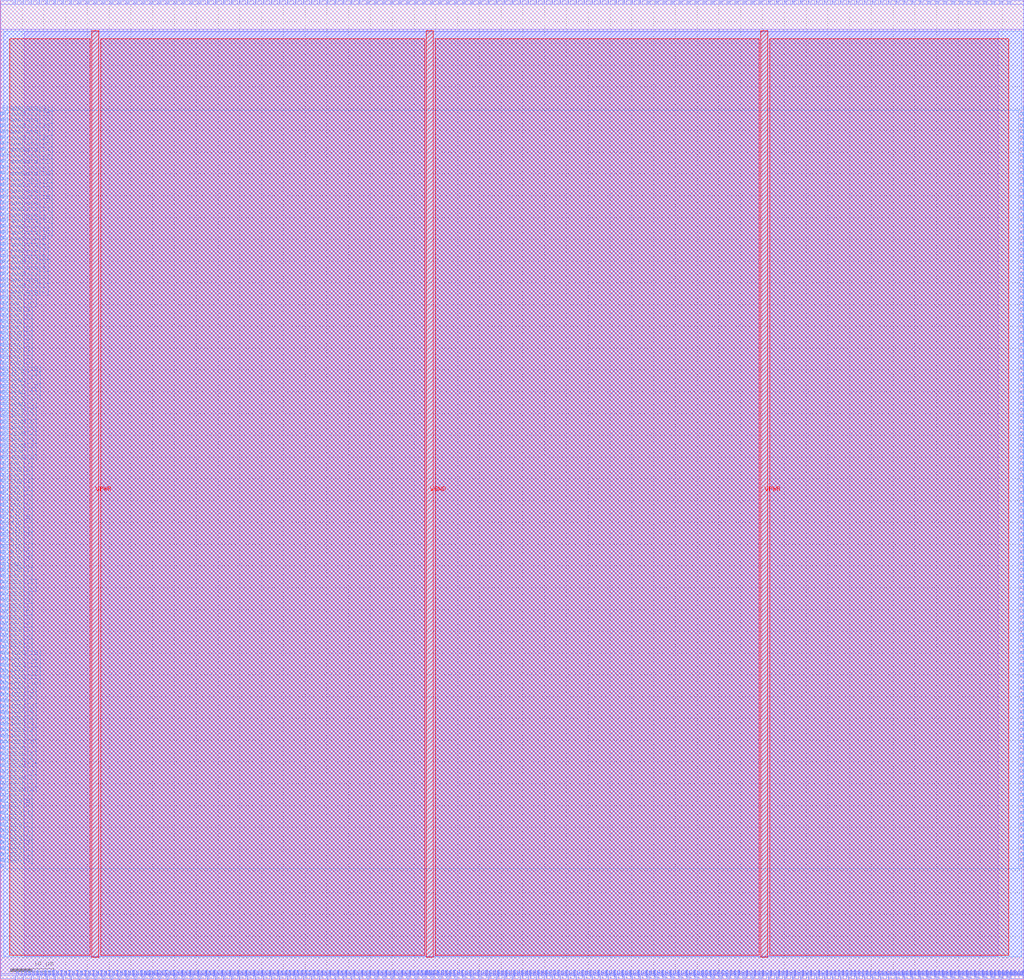
<source format=lef>
VERSION 5.7 ;
  NOWIREEXTENSIONATPIN ON ;
  DIVIDERCHAR "/" ;
  BUSBITCHARS "[]" ;
MACRO RegFile
  CLASS BLOCK ;
  FOREIGN RegFile ;
  ORIGIN 0.000 0.000 ;
  SIZE 235.000 BY 225.000 ;
  PIN E1BEG[0]
    DIRECTION OUTPUT TRISTATE ;
    USE SIGNAL ;
    ANTENNADIFFAREA 0.795200 ;
    PORT
      LAYER met3 ;
        RECT 234.200 91.160 235.000 91.760 ;
    END
  END E1BEG[0]
  PIN E1BEG[1]
    DIRECTION OUTPUT TRISTATE ;
    USE SIGNAL ;
    ANTENNADIFFAREA 0.795200 ;
    PORT
      LAYER met3 ;
        RECT 234.200 92.520 235.000 93.120 ;
    END
  END E1BEG[1]
  PIN E1BEG[2]
    DIRECTION OUTPUT TRISTATE ;
    USE SIGNAL ;
    ANTENNADIFFAREA 0.795200 ;
    PORT
      LAYER met3 ;
        RECT 234.200 93.880 235.000 94.480 ;
    END
  END E1BEG[2]
  PIN E1BEG[3]
    DIRECTION OUTPUT TRISTATE ;
    USE SIGNAL ;
    ANTENNADIFFAREA 0.795200 ;
    PORT
      LAYER met3 ;
        RECT 234.200 95.240 235.000 95.840 ;
    END
  END E1BEG[3]
  PIN E1END[0]
    DIRECTION INPUT ;
    USE SIGNAL ;
    ANTENNAGATEAREA 0.247500 ;
    PORT
      LAYER met3 ;
        RECT 0.000 91.160 0.800 91.760 ;
    END
  END E1END[0]
  PIN E1END[1]
    DIRECTION INPUT ;
    USE SIGNAL ;
    ANTENNAGATEAREA 0.213000 ;
    PORT
      LAYER met3 ;
        RECT 0.000 92.520 0.800 93.120 ;
    END
  END E1END[1]
  PIN E1END[2]
    DIRECTION INPUT ;
    USE SIGNAL ;
    ANTENNAGATEAREA 0.247500 ;
    PORT
      LAYER met3 ;
        RECT 0.000 93.880 0.800 94.480 ;
    END
  END E1END[2]
  PIN E1END[3]
    DIRECTION INPUT ;
    USE SIGNAL ;
    ANTENNAGATEAREA 0.426000 ;
    PORT
      LAYER met3 ;
        RECT 0.000 95.240 0.800 95.840 ;
    END
  END E1END[3]
  PIN E2BEG[0]
    DIRECTION OUTPUT TRISTATE ;
    USE SIGNAL ;
    ANTENNADIFFAREA 0.795200 ;
    PORT
      LAYER met3 ;
        RECT 234.200 96.600 235.000 97.200 ;
    END
  END E2BEG[0]
  PIN E2BEG[1]
    DIRECTION OUTPUT TRISTATE ;
    USE SIGNAL ;
    ANTENNADIFFAREA 0.795200 ;
    PORT
      LAYER met3 ;
        RECT 234.200 97.960 235.000 98.560 ;
    END
  END E2BEG[1]
  PIN E2BEG[2]
    DIRECTION OUTPUT TRISTATE ;
    USE SIGNAL ;
    ANTENNADIFFAREA 0.795200 ;
    PORT
      LAYER met3 ;
        RECT 234.200 99.320 235.000 99.920 ;
    END
  END E2BEG[2]
  PIN E2BEG[3]
    DIRECTION OUTPUT TRISTATE ;
    USE SIGNAL ;
    ANTENNADIFFAREA 0.795200 ;
    PORT
      LAYER met3 ;
        RECT 234.200 100.680 235.000 101.280 ;
    END
  END E2BEG[3]
  PIN E2BEG[4]
    DIRECTION OUTPUT TRISTATE ;
    USE SIGNAL ;
    ANTENNADIFFAREA 0.795200 ;
    PORT
      LAYER met3 ;
        RECT 234.200 102.040 235.000 102.640 ;
    END
  END E2BEG[4]
  PIN E2BEG[5]
    DIRECTION OUTPUT TRISTATE ;
    USE SIGNAL ;
    ANTENNADIFFAREA 0.795200 ;
    PORT
      LAYER met3 ;
        RECT 234.200 103.400 235.000 104.000 ;
    END
  END E2BEG[5]
  PIN E2BEG[6]
    DIRECTION OUTPUT TRISTATE ;
    USE SIGNAL ;
    ANTENNADIFFAREA 0.795200 ;
    PORT
      LAYER met3 ;
        RECT 234.200 104.760 235.000 105.360 ;
    END
  END E2BEG[6]
  PIN E2BEG[7]
    DIRECTION OUTPUT TRISTATE ;
    USE SIGNAL ;
    ANTENNADIFFAREA 0.795200 ;
    PORT
      LAYER met3 ;
        RECT 234.200 106.120 235.000 106.720 ;
    END
  END E2BEG[7]
  PIN E2BEGb[0]
    DIRECTION OUTPUT TRISTATE ;
    USE SIGNAL ;
    ANTENNADIFFAREA 0.795200 ;
    PORT
      LAYER met3 ;
        RECT 234.200 107.480 235.000 108.080 ;
    END
  END E2BEGb[0]
  PIN E2BEGb[1]
    DIRECTION OUTPUT TRISTATE ;
    USE SIGNAL ;
    ANTENNADIFFAREA 0.795200 ;
    PORT
      LAYER met3 ;
        RECT 234.200 108.840 235.000 109.440 ;
    END
  END E2BEGb[1]
  PIN E2BEGb[2]
    DIRECTION OUTPUT TRISTATE ;
    USE SIGNAL ;
    ANTENNADIFFAREA 0.795200 ;
    PORT
      LAYER met3 ;
        RECT 234.200 110.200 235.000 110.800 ;
    END
  END E2BEGb[2]
  PIN E2BEGb[3]
    DIRECTION OUTPUT TRISTATE ;
    USE SIGNAL ;
    ANTENNADIFFAREA 0.795200 ;
    PORT
      LAYER met3 ;
        RECT 234.200 111.560 235.000 112.160 ;
    END
  END E2BEGb[3]
  PIN E2BEGb[4]
    DIRECTION OUTPUT TRISTATE ;
    USE SIGNAL ;
    ANTENNADIFFAREA 0.795200 ;
    PORT
      LAYER met3 ;
        RECT 234.200 112.920 235.000 113.520 ;
    END
  END E2BEGb[4]
  PIN E2BEGb[5]
    DIRECTION OUTPUT TRISTATE ;
    USE SIGNAL ;
    ANTENNADIFFAREA 0.795200 ;
    PORT
      LAYER met3 ;
        RECT 234.200 114.280 235.000 114.880 ;
    END
  END E2BEGb[5]
  PIN E2BEGb[6]
    DIRECTION OUTPUT TRISTATE ;
    USE SIGNAL ;
    ANTENNADIFFAREA 0.795200 ;
    PORT
      LAYER met3 ;
        RECT 234.200 115.640 235.000 116.240 ;
    END
  END E2BEGb[6]
  PIN E2BEGb[7]
    DIRECTION OUTPUT TRISTATE ;
    USE SIGNAL ;
    ANTENNADIFFAREA 0.795200 ;
    PORT
      LAYER met3 ;
        RECT 234.200 117.000 235.000 117.600 ;
    END
  END E2BEGb[7]
  PIN E2END[0]
    DIRECTION INPUT ;
    USE SIGNAL ;
    ANTENNAGATEAREA 0.213000 ;
    PORT
      LAYER met3 ;
        RECT 0.000 107.480 0.800 108.080 ;
    END
  END E2END[0]
  PIN E2END[1]
    DIRECTION INPUT ;
    USE SIGNAL ;
    ANTENNAGATEAREA 0.159000 ;
    PORT
      LAYER met3 ;
        RECT 0.000 108.840 0.800 109.440 ;
    END
  END E2END[1]
  PIN E2END[2]
    DIRECTION INPUT ;
    USE SIGNAL ;
    ANTENNAGATEAREA 0.213000 ;
    PORT
      LAYER met3 ;
        RECT 0.000 110.200 0.800 110.800 ;
    END
  END E2END[2]
  PIN E2END[3]
    DIRECTION INPUT ;
    USE SIGNAL ;
    ANTENNAGATEAREA 0.159000 ;
    PORT
      LAYER met3 ;
        RECT 0.000 111.560 0.800 112.160 ;
    END
  END E2END[3]
  PIN E2END[4]
    DIRECTION INPUT ;
    USE SIGNAL ;
    ANTENNAGATEAREA 0.213000 ;
    PORT
      LAYER met3 ;
        RECT 0.000 112.920 0.800 113.520 ;
    END
  END E2END[4]
  PIN E2END[5]
    DIRECTION INPUT ;
    USE SIGNAL ;
    ANTENNAGATEAREA 0.213000 ;
    PORT
      LAYER met3 ;
        RECT 0.000 114.280 0.800 114.880 ;
    END
  END E2END[5]
  PIN E2END[6]
    DIRECTION INPUT ;
    USE SIGNAL ;
    ANTENNAGATEAREA 0.159000 ;
    PORT
      LAYER met3 ;
        RECT 0.000 115.640 0.800 116.240 ;
    END
  END E2END[6]
  PIN E2END[7]
    DIRECTION INPUT ;
    USE SIGNAL ;
    ANTENNAGATEAREA 0.159000 ;
    PORT
      LAYER met3 ;
        RECT 0.000 117.000 0.800 117.600 ;
    END
  END E2END[7]
  PIN E2MID[0]
    DIRECTION INPUT ;
    USE SIGNAL ;
    ANTENNAGATEAREA 0.213000 ;
    PORT
      LAYER met3 ;
        RECT 0.000 96.600 0.800 97.200 ;
    END
  END E2MID[0]
  PIN E2MID[1]
    DIRECTION INPUT ;
    USE SIGNAL ;
    ANTENNAGATEAREA 0.159000 ;
    PORT
      LAYER met3 ;
        RECT 0.000 97.960 0.800 98.560 ;
    END
  END E2MID[1]
  PIN E2MID[2]
    DIRECTION INPUT ;
    USE SIGNAL ;
    ANTENNAGATEAREA 0.213000 ;
    PORT
      LAYER met3 ;
        RECT 0.000 99.320 0.800 99.920 ;
    END
  END E2MID[2]
  PIN E2MID[3]
    DIRECTION INPUT ;
    USE SIGNAL ;
    ANTENNAGATEAREA 0.126000 ;
    PORT
      LAYER met3 ;
        RECT 0.000 100.680 0.800 101.280 ;
    END
  END E2MID[3]
  PIN E2MID[4]
    DIRECTION INPUT ;
    USE SIGNAL ;
    ANTENNAGATEAREA 0.213000 ;
    PORT
      LAYER met3 ;
        RECT 0.000 102.040 0.800 102.640 ;
    END
  END E2MID[4]
  PIN E2MID[5]
    DIRECTION INPUT ;
    USE SIGNAL ;
    ANTENNAGATEAREA 0.213000 ;
    PORT
      LAYER met3 ;
        RECT 0.000 103.400 0.800 104.000 ;
    END
  END E2MID[5]
  PIN E2MID[6]
    DIRECTION INPUT ;
    USE SIGNAL ;
    ANTENNAGATEAREA 0.213000 ;
    PORT
      LAYER met3 ;
        RECT 0.000 104.760 0.800 105.360 ;
    END
  END E2MID[6]
  PIN E2MID[7]
    DIRECTION INPUT ;
    USE SIGNAL ;
    ANTENNAGATEAREA 0.159000 ;
    PORT
      LAYER met3 ;
        RECT 0.000 106.120 0.800 106.720 ;
    END
  END E2MID[7]
  PIN E6BEG[0]
    DIRECTION OUTPUT TRISTATE ;
    USE SIGNAL ;
    ANTENNADIFFAREA 0.795200 ;
    PORT
      LAYER met3 ;
        RECT 234.200 140.120 235.000 140.720 ;
    END
  END E6BEG[0]
  PIN E6BEG[10]
    DIRECTION OUTPUT TRISTATE ;
    USE SIGNAL ;
    ANTENNADIFFAREA 0.795200 ;
    PORT
      LAYER met3 ;
        RECT 234.200 153.720 235.000 154.320 ;
    END
  END E6BEG[10]
  PIN E6BEG[11]
    DIRECTION OUTPUT TRISTATE ;
    USE SIGNAL ;
    ANTENNADIFFAREA 0.795200 ;
    PORT
      LAYER met3 ;
        RECT 234.200 155.080 235.000 155.680 ;
    END
  END E6BEG[11]
  PIN E6BEG[1]
    DIRECTION OUTPUT TRISTATE ;
    USE SIGNAL ;
    ANTENNADIFFAREA 0.795200 ;
    PORT
      LAYER met3 ;
        RECT 234.200 141.480 235.000 142.080 ;
    END
  END E6BEG[1]
  PIN E6BEG[2]
    DIRECTION OUTPUT TRISTATE ;
    USE SIGNAL ;
    ANTENNADIFFAREA 0.795200 ;
    PORT
      LAYER met3 ;
        RECT 234.200 142.840 235.000 143.440 ;
    END
  END E6BEG[2]
  PIN E6BEG[3]
    DIRECTION OUTPUT TRISTATE ;
    USE SIGNAL ;
    ANTENNADIFFAREA 0.795200 ;
    PORT
      LAYER met3 ;
        RECT 234.200 144.200 235.000 144.800 ;
    END
  END E6BEG[3]
  PIN E6BEG[4]
    DIRECTION OUTPUT TRISTATE ;
    USE SIGNAL ;
    ANTENNADIFFAREA 0.795200 ;
    PORT
      LAYER met3 ;
        RECT 234.200 145.560 235.000 146.160 ;
    END
  END E6BEG[4]
  PIN E6BEG[5]
    DIRECTION OUTPUT TRISTATE ;
    USE SIGNAL ;
    ANTENNADIFFAREA 0.795200 ;
    PORT
      LAYER met3 ;
        RECT 234.200 146.920 235.000 147.520 ;
    END
  END E6BEG[5]
  PIN E6BEG[6]
    DIRECTION OUTPUT TRISTATE ;
    USE SIGNAL ;
    ANTENNADIFFAREA 0.795200 ;
    PORT
      LAYER met3 ;
        RECT 234.200 148.280 235.000 148.880 ;
    END
  END E6BEG[6]
  PIN E6BEG[7]
    DIRECTION OUTPUT TRISTATE ;
    USE SIGNAL ;
    ANTENNADIFFAREA 0.795200 ;
    PORT
      LAYER met3 ;
        RECT 234.200 149.640 235.000 150.240 ;
    END
  END E6BEG[7]
  PIN E6BEG[8]
    DIRECTION OUTPUT TRISTATE ;
    USE SIGNAL ;
    ANTENNADIFFAREA 0.795200 ;
    PORT
      LAYER met3 ;
        RECT 234.200 151.000 235.000 151.600 ;
    END
  END E6BEG[8]
  PIN E6BEG[9]
    DIRECTION OUTPUT TRISTATE ;
    USE SIGNAL ;
    ANTENNADIFFAREA 0.795200 ;
    PORT
      LAYER met3 ;
        RECT 234.200 152.360 235.000 152.960 ;
    END
  END E6BEG[9]
  PIN E6END[0]
    DIRECTION INPUT ;
    USE SIGNAL ;
    ANTENNAGATEAREA 0.247500 ;
    PORT
      LAYER met3 ;
        RECT 0.000 140.120 0.800 140.720 ;
    END
  END E6END[0]
  PIN E6END[10]
    DIRECTION INPUT ;
    USE SIGNAL ;
    ANTENNAGATEAREA 0.196500 ;
    PORT
      LAYER met3 ;
        RECT 0.000 153.720 0.800 154.320 ;
    END
  END E6END[10]
  PIN E6END[11]
    DIRECTION INPUT ;
    USE SIGNAL ;
    ANTENNAGATEAREA 0.196500 ;
    PORT
      LAYER met3 ;
        RECT 0.000 155.080 0.800 155.680 ;
    END
  END E6END[11]
  PIN E6END[1]
    DIRECTION INPUT ;
    USE SIGNAL ;
    ANTENNAGATEAREA 0.247500 ;
    PORT
      LAYER met3 ;
        RECT 0.000 141.480 0.800 142.080 ;
    END
  END E6END[1]
  PIN E6END[2]
    DIRECTION INPUT ;
    USE SIGNAL ;
    ANTENNAGATEAREA 0.196500 ;
    PORT
      LAYER met3 ;
        RECT 0.000 142.840 0.800 143.440 ;
    END
  END E6END[2]
  PIN E6END[3]
    DIRECTION INPUT ;
    USE SIGNAL ;
    ANTENNAGATEAREA 0.196500 ;
    PORT
      LAYER met3 ;
        RECT 0.000 144.200 0.800 144.800 ;
    END
  END E6END[3]
  PIN E6END[4]
    DIRECTION INPUT ;
    USE SIGNAL ;
    ANTENNAGATEAREA 0.196500 ;
    PORT
      LAYER met3 ;
        RECT 0.000 145.560 0.800 146.160 ;
    END
  END E6END[4]
  PIN E6END[5]
    DIRECTION INPUT ;
    USE SIGNAL ;
    ANTENNAGATEAREA 0.196500 ;
    PORT
      LAYER met3 ;
        RECT 0.000 146.920 0.800 147.520 ;
    END
  END E6END[5]
  PIN E6END[6]
    DIRECTION INPUT ;
    USE SIGNAL ;
    ANTENNAGATEAREA 0.196500 ;
    PORT
      LAYER met3 ;
        RECT 0.000 148.280 0.800 148.880 ;
    END
  END E6END[6]
  PIN E6END[7]
    DIRECTION INPUT ;
    USE SIGNAL ;
    ANTENNAGATEAREA 0.196500 ;
    PORT
      LAYER met3 ;
        RECT 0.000 149.640 0.800 150.240 ;
    END
  END E6END[7]
  PIN E6END[8]
    DIRECTION INPUT ;
    USE SIGNAL ;
    ANTENNAGATEAREA 0.196500 ;
    PORT
      LAYER met3 ;
        RECT 0.000 151.000 0.800 151.600 ;
    END
  END E6END[8]
  PIN E6END[9]
    DIRECTION INPUT ;
    USE SIGNAL ;
    ANTENNAGATEAREA 0.196500 ;
    PORT
      LAYER met3 ;
        RECT 0.000 152.360 0.800 152.960 ;
    END
  END E6END[9]
  PIN EE4BEG[0]
    DIRECTION OUTPUT TRISTATE ;
    USE SIGNAL ;
    ANTENNADIFFAREA 0.795200 ;
    PORT
      LAYER met3 ;
        RECT 234.200 118.360 235.000 118.960 ;
    END
  END EE4BEG[0]
  PIN EE4BEG[10]
    DIRECTION OUTPUT TRISTATE ;
    USE SIGNAL ;
    ANTENNADIFFAREA 0.795200 ;
    PORT
      LAYER met3 ;
        RECT 234.200 131.960 235.000 132.560 ;
    END
  END EE4BEG[10]
  PIN EE4BEG[11]
    DIRECTION OUTPUT TRISTATE ;
    USE SIGNAL ;
    ANTENNADIFFAREA 0.795200 ;
    PORT
      LAYER met3 ;
        RECT 234.200 133.320 235.000 133.920 ;
    END
  END EE4BEG[11]
  PIN EE4BEG[12]
    DIRECTION OUTPUT TRISTATE ;
    USE SIGNAL ;
    ANTENNADIFFAREA 0.795200 ;
    PORT
      LAYER met3 ;
        RECT 234.200 134.680 235.000 135.280 ;
    END
  END EE4BEG[12]
  PIN EE4BEG[13]
    DIRECTION OUTPUT TRISTATE ;
    USE SIGNAL ;
    ANTENNADIFFAREA 0.795200 ;
    PORT
      LAYER met3 ;
        RECT 234.200 136.040 235.000 136.640 ;
    END
  END EE4BEG[13]
  PIN EE4BEG[14]
    DIRECTION OUTPUT TRISTATE ;
    USE SIGNAL ;
    ANTENNADIFFAREA 0.795200 ;
    PORT
      LAYER met3 ;
        RECT 234.200 137.400 235.000 138.000 ;
    END
  END EE4BEG[14]
  PIN EE4BEG[15]
    DIRECTION OUTPUT TRISTATE ;
    USE SIGNAL ;
    ANTENNADIFFAREA 0.795200 ;
    PORT
      LAYER met3 ;
        RECT 234.200 138.760 235.000 139.360 ;
    END
  END EE4BEG[15]
  PIN EE4BEG[1]
    DIRECTION OUTPUT TRISTATE ;
    USE SIGNAL ;
    ANTENNADIFFAREA 0.795200 ;
    PORT
      LAYER met3 ;
        RECT 234.200 119.720 235.000 120.320 ;
    END
  END EE4BEG[1]
  PIN EE4BEG[2]
    DIRECTION OUTPUT TRISTATE ;
    USE SIGNAL ;
    ANTENNADIFFAREA 0.795200 ;
    PORT
      LAYER met3 ;
        RECT 234.200 121.080 235.000 121.680 ;
    END
  END EE4BEG[2]
  PIN EE4BEG[3]
    DIRECTION OUTPUT TRISTATE ;
    USE SIGNAL ;
    ANTENNADIFFAREA 0.795200 ;
    PORT
      LAYER met3 ;
        RECT 234.200 122.440 235.000 123.040 ;
    END
  END EE4BEG[3]
  PIN EE4BEG[4]
    DIRECTION OUTPUT TRISTATE ;
    USE SIGNAL ;
    ANTENNADIFFAREA 0.795200 ;
    PORT
      LAYER met3 ;
        RECT 234.200 123.800 235.000 124.400 ;
    END
  END EE4BEG[4]
  PIN EE4BEG[5]
    DIRECTION OUTPUT TRISTATE ;
    USE SIGNAL ;
    ANTENNADIFFAREA 0.795200 ;
    PORT
      LAYER met3 ;
        RECT 234.200 125.160 235.000 125.760 ;
    END
  END EE4BEG[5]
  PIN EE4BEG[6]
    DIRECTION OUTPUT TRISTATE ;
    USE SIGNAL ;
    ANTENNADIFFAREA 0.795200 ;
    PORT
      LAYER met3 ;
        RECT 234.200 126.520 235.000 127.120 ;
    END
  END EE4BEG[6]
  PIN EE4BEG[7]
    DIRECTION OUTPUT TRISTATE ;
    USE SIGNAL ;
    ANTENNADIFFAREA 0.795200 ;
    PORT
      LAYER met3 ;
        RECT 234.200 127.880 235.000 128.480 ;
    END
  END EE4BEG[7]
  PIN EE4BEG[8]
    DIRECTION OUTPUT TRISTATE ;
    USE SIGNAL ;
    ANTENNADIFFAREA 0.795200 ;
    PORT
      LAYER met3 ;
        RECT 234.200 129.240 235.000 129.840 ;
    END
  END EE4BEG[8]
  PIN EE4BEG[9]
    DIRECTION OUTPUT TRISTATE ;
    USE SIGNAL ;
    ANTENNADIFFAREA 0.795200 ;
    PORT
      LAYER met3 ;
        RECT 234.200 130.600 235.000 131.200 ;
    END
  END EE4BEG[9]
  PIN EE4END[0]
    DIRECTION INPUT ;
    USE SIGNAL ;
    ANTENNAGATEAREA 0.213000 ;
    PORT
      LAYER met3 ;
        RECT 0.000 118.360 0.800 118.960 ;
    END
  END EE4END[0]
  PIN EE4END[10]
    DIRECTION INPUT ;
    USE SIGNAL ;
    ANTENNAGATEAREA 0.196500 ;
    PORT
      LAYER met3 ;
        RECT 0.000 131.960 0.800 132.560 ;
    END
  END EE4END[10]
  PIN EE4END[11]
    DIRECTION INPUT ;
    USE SIGNAL ;
    ANTENNAGATEAREA 0.196500 ;
    PORT
      LAYER met3 ;
        RECT 0.000 133.320 0.800 133.920 ;
    END
  END EE4END[11]
  PIN EE4END[12]
    DIRECTION INPUT ;
    USE SIGNAL ;
    ANTENNAGATEAREA 0.196500 ;
    PORT
      LAYER met3 ;
        RECT 0.000 134.680 0.800 135.280 ;
    END
  END EE4END[12]
  PIN EE4END[13]
    DIRECTION INPUT ;
    USE SIGNAL ;
    ANTENNAGATEAREA 0.196500 ;
    PORT
      LAYER met3 ;
        RECT 0.000 136.040 0.800 136.640 ;
    END
  END EE4END[13]
  PIN EE4END[14]
    DIRECTION INPUT ;
    USE SIGNAL ;
    ANTENNAGATEAREA 0.196500 ;
    PORT
      LAYER met3 ;
        RECT 0.000 137.400 0.800 138.000 ;
    END
  END EE4END[14]
  PIN EE4END[15]
    DIRECTION INPUT ;
    USE SIGNAL ;
    ANTENNAGATEAREA 0.196500 ;
    PORT
      LAYER met3 ;
        RECT 0.000 138.760 0.800 139.360 ;
    END
  END EE4END[15]
  PIN EE4END[1]
    DIRECTION INPUT ;
    USE SIGNAL ;
    ANTENNAGATEAREA 0.159000 ;
    PORT
      LAYER met3 ;
        RECT 0.000 119.720 0.800 120.320 ;
    END
  END EE4END[1]
  PIN EE4END[2]
    DIRECTION INPUT ;
    USE SIGNAL ;
    ANTENNAGATEAREA 0.213000 ;
    PORT
      LAYER met3 ;
        RECT 0.000 121.080 0.800 121.680 ;
    END
  END EE4END[2]
  PIN EE4END[3]
    DIRECTION INPUT ;
    USE SIGNAL ;
    ANTENNAGATEAREA 0.213000 ;
    PORT
      LAYER met3 ;
        RECT 0.000 122.440 0.800 123.040 ;
    END
  END EE4END[3]
  PIN EE4END[4]
    DIRECTION INPUT ;
    USE SIGNAL ;
    ANTENNAGATEAREA 0.196500 ;
    PORT
      LAYER met3 ;
        RECT 0.000 123.800 0.800 124.400 ;
    END
  END EE4END[4]
  PIN EE4END[5]
    DIRECTION INPUT ;
    USE SIGNAL ;
    ANTENNAGATEAREA 0.196500 ;
    PORT
      LAYER met3 ;
        RECT 0.000 125.160 0.800 125.760 ;
    END
  END EE4END[5]
  PIN EE4END[6]
    DIRECTION INPUT ;
    USE SIGNAL ;
    ANTENNAGATEAREA 0.196500 ;
    PORT
      LAYER met3 ;
        RECT 0.000 126.520 0.800 127.120 ;
    END
  END EE4END[6]
  PIN EE4END[7]
    DIRECTION INPUT ;
    USE SIGNAL ;
    ANTENNAGATEAREA 0.196500 ;
    PORT
      LAYER met3 ;
        RECT 0.000 127.880 0.800 128.480 ;
    END
  END EE4END[7]
  PIN EE4END[8]
    DIRECTION INPUT ;
    USE SIGNAL ;
    ANTENNAGATEAREA 0.196500 ;
    PORT
      LAYER met3 ;
        RECT 0.000 129.240 0.800 129.840 ;
    END
  END EE4END[8]
  PIN EE4END[9]
    DIRECTION INPUT ;
    USE SIGNAL ;
    ANTENNAGATEAREA 0.196500 ;
    PORT
      LAYER met3 ;
        RECT 0.000 130.600 0.800 131.200 ;
    END
  END EE4END[9]
  PIN FrameData[0]
    DIRECTION INPUT ;
    USE SIGNAL ;
    ANTENNAGATEAREA 0.247500 ;
    PORT
      LAYER met3 ;
        RECT 0.000 156.440 0.800 157.040 ;
    END
  END FrameData[0]
  PIN FrameData[10]
    DIRECTION INPUT ;
    USE SIGNAL ;
    ANTENNAGATEAREA 0.426000 ;
    PORT
      LAYER met3 ;
        RECT 0.000 170.040 0.800 170.640 ;
    END
  END FrameData[10]
  PIN FrameData[11]
    DIRECTION INPUT ;
    USE SIGNAL ;
    ANTENNAGATEAREA 0.495000 ;
    PORT
      LAYER met3 ;
        RECT 0.000 171.400 0.800 172.000 ;
    END
  END FrameData[11]
  PIN FrameData[12]
    DIRECTION INPUT ;
    USE SIGNAL ;
    ANTENNAGATEAREA 0.426000 ;
    PORT
      LAYER met3 ;
        RECT 0.000 172.760 0.800 173.360 ;
    END
  END FrameData[12]
  PIN FrameData[13]
    DIRECTION INPUT ;
    USE SIGNAL ;
    ANTENNAGATEAREA 0.426000 ;
    PORT
      LAYER met3 ;
        RECT 0.000 174.120 0.800 174.720 ;
    END
  END FrameData[13]
  PIN FrameData[14]
    DIRECTION INPUT ;
    USE SIGNAL ;
    ANTENNAGATEAREA 0.426000 ;
    PORT
      LAYER met3 ;
        RECT 0.000 175.480 0.800 176.080 ;
    END
  END FrameData[14]
  PIN FrameData[15]
    DIRECTION INPUT ;
    USE SIGNAL ;
    ANTENNAGATEAREA 0.426000 ;
    PORT
      LAYER met3 ;
        RECT 0.000 176.840 0.800 177.440 ;
    END
  END FrameData[15]
  PIN FrameData[16]
    DIRECTION INPUT ;
    USE SIGNAL ;
    ANTENNAGATEAREA 0.426000 ;
    PORT
      LAYER met3 ;
        RECT 0.000 178.200 0.800 178.800 ;
    END
  END FrameData[16]
  PIN FrameData[17]
    DIRECTION INPUT ;
    USE SIGNAL ;
    ANTENNAGATEAREA 0.426000 ;
    PORT
      LAYER met3 ;
        RECT 0.000 179.560 0.800 180.160 ;
    END
  END FrameData[17]
  PIN FrameData[18]
    DIRECTION INPUT ;
    USE SIGNAL ;
    ANTENNAGATEAREA 0.426000 ;
    PORT
      LAYER met3 ;
        RECT 0.000 180.920 0.800 181.520 ;
    END
  END FrameData[18]
  PIN FrameData[19]
    DIRECTION INPUT ;
    USE SIGNAL ;
    ANTENNAGATEAREA 0.426000 ;
    PORT
      LAYER met3 ;
        RECT 0.000 182.280 0.800 182.880 ;
    END
  END FrameData[19]
  PIN FrameData[1]
    DIRECTION INPUT ;
    USE SIGNAL ;
    ANTENNAGATEAREA 0.247500 ;
    PORT
      LAYER met3 ;
        RECT 0.000 157.800 0.800 158.400 ;
    END
  END FrameData[1]
  PIN FrameData[20]
    DIRECTION INPUT ;
    USE SIGNAL ;
    ANTENNAGATEAREA 0.426000 ;
    PORT
      LAYER met3 ;
        RECT 0.000 183.640 0.800 184.240 ;
    END
  END FrameData[20]
  PIN FrameData[21]
    DIRECTION INPUT ;
    USE SIGNAL ;
    ANTENNAGATEAREA 0.426000 ;
    PORT
      LAYER met3 ;
        RECT 0.000 185.000 0.800 185.600 ;
    END
  END FrameData[21]
  PIN FrameData[22]
    DIRECTION INPUT ;
    USE SIGNAL ;
    ANTENNAGATEAREA 0.426000 ;
    PORT
      LAYER met3 ;
        RECT 0.000 186.360 0.800 186.960 ;
    END
  END FrameData[22]
  PIN FrameData[23]
    DIRECTION INPUT ;
    USE SIGNAL ;
    ANTENNAGATEAREA 0.426000 ;
    PORT
      LAYER met3 ;
        RECT 0.000 187.720 0.800 188.320 ;
    END
  END FrameData[23]
  PIN FrameData[24]
    DIRECTION INPUT ;
    USE SIGNAL ;
    ANTENNAGATEAREA 0.426000 ;
    PORT
      LAYER met3 ;
        RECT 0.000 189.080 0.800 189.680 ;
    END
  END FrameData[24]
  PIN FrameData[25]
    DIRECTION INPUT ;
    USE SIGNAL ;
    ANTENNAGATEAREA 0.426000 ;
    PORT
      LAYER met3 ;
        RECT 0.000 190.440 0.800 191.040 ;
    END
  END FrameData[25]
  PIN FrameData[26]
    DIRECTION INPUT ;
    USE SIGNAL ;
    ANTENNAGATEAREA 0.426000 ;
    PORT
      LAYER met3 ;
        RECT 0.000 191.800 0.800 192.400 ;
    END
  END FrameData[26]
  PIN FrameData[27]
    DIRECTION INPUT ;
    USE SIGNAL ;
    ANTENNAGATEAREA 0.495000 ;
    PORT
      LAYER met3 ;
        RECT 0.000 193.160 0.800 193.760 ;
    END
  END FrameData[27]
  PIN FrameData[28]
    DIRECTION INPUT ;
    USE SIGNAL ;
    ANTENNAGATEAREA 0.495000 ;
    PORT
      LAYER met3 ;
        RECT 0.000 194.520 0.800 195.120 ;
    END
  END FrameData[28]
  PIN FrameData[29]
    DIRECTION INPUT ;
    USE SIGNAL ;
    ANTENNAGATEAREA 0.495000 ;
    PORT
      LAYER met3 ;
        RECT 0.000 195.880 0.800 196.480 ;
    END
  END FrameData[29]
  PIN FrameData[2]
    DIRECTION INPUT ;
    USE SIGNAL ;
    ANTENNAGATEAREA 0.426000 ;
    PORT
      LAYER met3 ;
        RECT 0.000 159.160 0.800 159.760 ;
    END
  END FrameData[2]
  PIN FrameData[30]
    DIRECTION INPUT ;
    USE SIGNAL ;
    ANTENNAGATEAREA 0.426000 ;
    PORT
      LAYER met3 ;
        RECT 0.000 197.240 0.800 197.840 ;
    END
  END FrameData[30]
  PIN FrameData[31]
    DIRECTION INPUT ;
    USE SIGNAL ;
    ANTENNAGATEAREA 0.426000 ;
    PORT
      LAYER met3 ;
        RECT 0.000 198.600 0.800 199.200 ;
    END
  END FrameData[31]
  PIN FrameData[3]
    DIRECTION INPUT ;
    USE SIGNAL ;
    ANTENNAGATEAREA 0.426000 ;
    PORT
      LAYER met3 ;
        RECT 0.000 160.520 0.800 161.120 ;
    END
  END FrameData[3]
  PIN FrameData[4]
    DIRECTION INPUT ;
    USE SIGNAL ;
    ANTENNAGATEAREA 0.426000 ;
    PORT
      LAYER met3 ;
        RECT 0.000 161.880 0.800 162.480 ;
    END
  END FrameData[4]
  PIN FrameData[5]
    DIRECTION INPUT ;
    USE SIGNAL ;
    ANTENNAGATEAREA 0.495000 ;
    PORT
      LAYER met3 ;
        RECT 0.000 163.240 0.800 163.840 ;
    END
  END FrameData[5]
  PIN FrameData[6]
    DIRECTION INPUT ;
    USE SIGNAL ;
    ANTENNAGATEAREA 0.426000 ;
    PORT
      LAYER met3 ;
        RECT 0.000 164.600 0.800 165.200 ;
    END
  END FrameData[6]
  PIN FrameData[7]
    DIRECTION INPUT ;
    USE SIGNAL ;
    ANTENNAGATEAREA 0.426000 ;
    PORT
      LAYER met3 ;
        RECT 0.000 165.960 0.800 166.560 ;
    END
  END FrameData[7]
  PIN FrameData[8]
    DIRECTION INPUT ;
    USE SIGNAL ;
    ANTENNAGATEAREA 0.247500 ;
    PORT
      LAYER met3 ;
        RECT 0.000 167.320 0.800 167.920 ;
    END
  END FrameData[8]
  PIN FrameData[9]
    DIRECTION INPUT ;
    USE SIGNAL ;
    ANTENNAGATEAREA 0.247500 ;
    PORT
      LAYER met3 ;
        RECT 0.000 168.680 0.800 169.280 ;
    END
  END FrameData[9]
  PIN FrameData_O[0]
    DIRECTION OUTPUT TRISTATE ;
    USE SIGNAL ;
    ANTENNADIFFAREA 0.795200 ;
    PORT
      LAYER met3 ;
        RECT 234.200 156.440 235.000 157.040 ;
    END
  END FrameData_O[0]
  PIN FrameData_O[10]
    DIRECTION OUTPUT TRISTATE ;
    USE SIGNAL ;
    ANTENNADIFFAREA 0.795200 ;
    PORT
      LAYER met3 ;
        RECT 234.200 170.040 235.000 170.640 ;
    END
  END FrameData_O[10]
  PIN FrameData_O[11]
    DIRECTION OUTPUT TRISTATE ;
    USE SIGNAL ;
    ANTENNADIFFAREA 0.795200 ;
    PORT
      LAYER met3 ;
        RECT 234.200 171.400 235.000 172.000 ;
    END
  END FrameData_O[11]
  PIN FrameData_O[12]
    DIRECTION OUTPUT TRISTATE ;
    USE SIGNAL ;
    ANTENNADIFFAREA 0.795200 ;
    PORT
      LAYER met3 ;
        RECT 234.200 172.760 235.000 173.360 ;
    END
  END FrameData_O[12]
  PIN FrameData_O[13]
    DIRECTION OUTPUT TRISTATE ;
    USE SIGNAL ;
    ANTENNADIFFAREA 0.795200 ;
    PORT
      LAYER met3 ;
        RECT 234.200 174.120 235.000 174.720 ;
    END
  END FrameData_O[13]
  PIN FrameData_O[14]
    DIRECTION OUTPUT TRISTATE ;
    USE SIGNAL ;
    ANTENNADIFFAREA 0.795200 ;
    PORT
      LAYER met3 ;
        RECT 234.200 175.480 235.000 176.080 ;
    END
  END FrameData_O[14]
  PIN FrameData_O[15]
    DIRECTION OUTPUT TRISTATE ;
    USE SIGNAL ;
    ANTENNADIFFAREA 0.795200 ;
    PORT
      LAYER met3 ;
        RECT 234.200 176.840 235.000 177.440 ;
    END
  END FrameData_O[15]
  PIN FrameData_O[16]
    DIRECTION OUTPUT TRISTATE ;
    USE SIGNAL ;
    ANTENNADIFFAREA 0.795200 ;
    PORT
      LAYER met3 ;
        RECT 234.200 178.200 235.000 178.800 ;
    END
  END FrameData_O[16]
  PIN FrameData_O[17]
    DIRECTION OUTPUT TRISTATE ;
    USE SIGNAL ;
    ANTENNADIFFAREA 0.795200 ;
    PORT
      LAYER met3 ;
        RECT 234.200 179.560 235.000 180.160 ;
    END
  END FrameData_O[17]
  PIN FrameData_O[18]
    DIRECTION OUTPUT TRISTATE ;
    USE SIGNAL ;
    ANTENNADIFFAREA 0.795200 ;
    PORT
      LAYER met3 ;
        RECT 234.200 180.920 235.000 181.520 ;
    END
  END FrameData_O[18]
  PIN FrameData_O[19]
    DIRECTION OUTPUT TRISTATE ;
    USE SIGNAL ;
    ANTENNADIFFAREA 0.795200 ;
    PORT
      LAYER met3 ;
        RECT 234.200 182.280 235.000 182.880 ;
    END
  END FrameData_O[19]
  PIN FrameData_O[1]
    DIRECTION OUTPUT TRISTATE ;
    USE SIGNAL ;
    ANTENNADIFFAREA 0.795200 ;
    PORT
      LAYER met3 ;
        RECT 234.200 157.800 235.000 158.400 ;
    END
  END FrameData_O[1]
  PIN FrameData_O[20]
    DIRECTION OUTPUT TRISTATE ;
    USE SIGNAL ;
    ANTENNADIFFAREA 0.795200 ;
    PORT
      LAYER met3 ;
        RECT 234.200 183.640 235.000 184.240 ;
    END
  END FrameData_O[20]
  PIN FrameData_O[21]
    DIRECTION OUTPUT TRISTATE ;
    USE SIGNAL ;
    ANTENNADIFFAREA 0.795200 ;
    PORT
      LAYER met3 ;
        RECT 234.200 185.000 235.000 185.600 ;
    END
  END FrameData_O[21]
  PIN FrameData_O[22]
    DIRECTION OUTPUT TRISTATE ;
    USE SIGNAL ;
    ANTENNADIFFAREA 0.795200 ;
    PORT
      LAYER met3 ;
        RECT 234.200 186.360 235.000 186.960 ;
    END
  END FrameData_O[22]
  PIN FrameData_O[23]
    DIRECTION OUTPUT TRISTATE ;
    USE SIGNAL ;
    ANTENNADIFFAREA 0.795200 ;
    PORT
      LAYER met3 ;
        RECT 234.200 187.720 235.000 188.320 ;
    END
  END FrameData_O[23]
  PIN FrameData_O[24]
    DIRECTION OUTPUT TRISTATE ;
    USE SIGNAL ;
    ANTENNADIFFAREA 0.795200 ;
    PORT
      LAYER met3 ;
        RECT 234.200 189.080 235.000 189.680 ;
    END
  END FrameData_O[24]
  PIN FrameData_O[25]
    DIRECTION OUTPUT TRISTATE ;
    USE SIGNAL ;
    ANTENNADIFFAREA 0.795200 ;
    PORT
      LAYER met3 ;
        RECT 234.200 190.440 235.000 191.040 ;
    END
  END FrameData_O[25]
  PIN FrameData_O[26]
    DIRECTION OUTPUT TRISTATE ;
    USE SIGNAL ;
    ANTENNADIFFAREA 0.795200 ;
    PORT
      LAYER met3 ;
        RECT 234.200 191.800 235.000 192.400 ;
    END
  END FrameData_O[26]
  PIN FrameData_O[27]
    DIRECTION OUTPUT TRISTATE ;
    USE SIGNAL ;
    ANTENNADIFFAREA 0.795200 ;
    PORT
      LAYER met3 ;
        RECT 234.200 193.160 235.000 193.760 ;
    END
  END FrameData_O[27]
  PIN FrameData_O[28]
    DIRECTION OUTPUT TRISTATE ;
    USE SIGNAL ;
    ANTENNADIFFAREA 0.795200 ;
    PORT
      LAYER met3 ;
        RECT 234.200 194.520 235.000 195.120 ;
    END
  END FrameData_O[28]
  PIN FrameData_O[29]
    DIRECTION OUTPUT TRISTATE ;
    USE SIGNAL ;
    ANTENNADIFFAREA 0.795200 ;
    PORT
      LAYER met3 ;
        RECT 234.200 195.880 235.000 196.480 ;
    END
  END FrameData_O[29]
  PIN FrameData_O[2]
    DIRECTION OUTPUT TRISTATE ;
    USE SIGNAL ;
    ANTENNADIFFAREA 0.795200 ;
    PORT
      LAYER met3 ;
        RECT 234.200 159.160 235.000 159.760 ;
    END
  END FrameData_O[2]
  PIN FrameData_O[30]
    DIRECTION OUTPUT TRISTATE ;
    USE SIGNAL ;
    ANTENNADIFFAREA 0.795200 ;
    PORT
      LAYER met3 ;
        RECT 234.200 197.240 235.000 197.840 ;
    END
  END FrameData_O[30]
  PIN FrameData_O[31]
    DIRECTION OUTPUT TRISTATE ;
    USE SIGNAL ;
    ANTENNADIFFAREA 0.795200 ;
    PORT
      LAYER met3 ;
        RECT 234.200 198.600 235.000 199.200 ;
    END
  END FrameData_O[31]
  PIN FrameData_O[3]
    DIRECTION OUTPUT TRISTATE ;
    USE SIGNAL ;
    ANTENNADIFFAREA 0.795200 ;
    PORT
      LAYER met3 ;
        RECT 234.200 160.520 235.000 161.120 ;
    END
  END FrameData_O[3]
  PIN FrameData_O[4]
    DIRECTION OUTPUT TRISTATE ;
    USE SIGNAL ;
    ANTENNADIFFAREA 0.795200 ;
    PORT
      LAYER met3 ;
        RECT 234.200 161.880 235.000 162.480 ;
    END
  END FrameData_O[4]
  PIN FrameData_O[5]
    DIRECTION OUTPUT TRISTATE ;
    USE SIGNAL ;
    ANTENNADIFFAREA 0.795200 ;
    PORT
      LAYER met3 ;
        RECT 234.200 163.240 235.000 163.840 ;
    END
  END FrameData_O[5]
  PIN FrameData_O[6]
    DIRECTION OUTPUT TRISTATE ;
    USE SIGNAL ;
    ANTENNADIFFAREA 0.795200 ;
    PORT
      LAYER met3 ;
        RECT 234.200 164.600 235.000 165.200 ;
    END
  END FrameData_O[6]
  PIN FrameData_O[7]
    DIRECTION OUTPUT TRISTATE ;
    USE SIGNAL ;
    ANTENNADIFFAREA 0.795200 ;
    PORT
      LAYER met3 ;
        RECT 234.200 165.960 235.000 166.560 ;
    END
  END FrameData_O[7]
  PIN FrameData_O[8]
    DIRECTION OUTPUT TRISTATE ;
    USE SIGNAL ;
    ANTENNADIFFAREA 0.795200 ;
    PORT
      LAYER met3 ;
        RECT 234.200 167.320 235.000 167.920 ;
    END
  END FrameData_O[8]
  PIN FrameData_O[9]
    DIRECTION OUTPUT TRISTATE ;
    USE SIGNAL ;
    ANTENNADIFFAREA 0.795200 ;
    PORT
      LAYER met3 ;
        RECT 234.200 168.680 235.000 169.280 ;
    END
  END FrameData_O[9]
  PIN FrameStrobe[0]
    DIRECTION INPUT ;
    USE SIGNAL ;
    ANTENNAGATEAREA 0.990000 ;
    PORT
      LAYER met2 ;
        RECT 196.510 0.000 196.790 0.800 ;
    END
  END FrameStrobe[0]
  PIN FrameStrobe[10]
    DIRECTION INPUT ;
    USE SIGNAL ;
    ANTENNAGATEAREA 0.990000 ;
    PORT
      LAYER met2 ;
        RECT 214.910 0.000 215.190 0.800 ;
    END
  END FrameStrobe[10]
  PIN FrameStrobe[11]
    DIRECTION INPUT ;
    USE SIGNAL ;
    ANTENNAGATEAREA 0.990000 ;
    PORT
      LAYER met2 ;
        RECT 216.750 0.000 217.030 0.800 ;
    END
  END FrameStrobe[11]
  PIN FrameStrobe[12]
    DIRECTION INPUT ;
    USE SIGNAL ;
    ANTENNAGATEAREA 0.852000 ;
    PORT
      LAYER met2 ;
        RECT 218.590 0.000 218.870 0.800 ;
    END
  END FrameStrobe[12]
  PIN FrameStrobe[13]
    DIRECTION INPUT ;
    USE SIGNAL ;
    ANTENNAGATEAREA 0.196500 ;
    PORT
      LAYER met2 ;
        RECT 220.430 0.000 220.710 0.800 ;
    END
  END FrameStrobe[13]
  PIN FrameStrobe[14]
    DIRECTION INPUT ;
    USE SIGNAL ;
    ANTENNAGATEAREA 0.196500 ;
    PORT
      LAYER met2 ;
        RECT 222.270 0.000 222.550 0.800 ;
    END
  END FrameStrobe[14]
  PIN FrameStrobe[15]
    DIRECTION INPUT ;
    USE SIGNAL ;
    ANTENNAGATEAREA 0.196500 ;
    PORT
      LAYER met2 ;
        RECT 224.110 0.000 224.390 0.800 ;
    END
  END FrameStrobe[15]
  PIN FrameStrobe[16]
    DIRECTION INPUT ;
    USE SIGNAL ;
    ANTENNAGATEAREA 0.196500 ;
    PORT
      LAYER met2 ;
        RECT 225.950 0.000 226.230 0.800 ;
    END
  END FrameStrobe[16]
  PIN FrameStrobe[17]
    DIRECTION INPUT ;
    USE SIGNAL ;
    ANTENNAGATEAREA 0.196500 ;
    PORT
      LAYER met2 ;
        RECT 227.790 0.000 228.070 0.800 ;
    END
  END FrameStrobe[17]
  PIN FrameStrobe[18]
    DIRECTION INPUT ;
    USE SIGNAL ;
    ANTENNAGATEAREA 0.196500 ;
    PORT
      LAYER met2 ;
        RECT 229.630 0.000 229.910 0.800 ;
    END
  END FrameStrobe[18]
  PIN FrameStrobe[19]
    DIRECTION INPUT ;
    USE SIGNAL ;
    ANTENNAGATEAREA 0.196500 ;
    PORT
      LAYER met2 ;
        RECT 231.470 0.000 231.750 0.800 ;
    END
  END FrameStrobe[19]
  PIN FrameStrobe[1]
    DIRECTION INPUT ;
    USE SIGNAL ;
    ANTENNAGATEAREA 0.990000 ;
    PORT
      LAYER met2 ;
        RECT 198.350 0.000 198.630 0.800 ;
    END
  END FrameStrobe[1]
  PIN FrameStrobe[2]
    DIRECTION INPUT ;
    USE SIGNAL ;
    ANTENNAGATEAREA 0.990000 ;
    PORT
      LAYER met2 ;
        RECT 200.190 0.000 200.470 0.800 ;
    END
  END FrameStrobe[2]
  PIN FrameStrobe[3]
    DIRECTION INPUT ;
    USE SIGNAL ;
    ANTENNAGATEAREA 0.852000 ;
    PORT
      LAYER met2 ;
        RECT 202.030 0.000 202.310 0.800 ;
    END
  END FrameStrobe[3]
  PIN FrameStrobe[4]
    DIRECTION INPUT ;
    USE SIGNAL ;
    ANTENNAGATEAREA 0.852000 ;
    PORT
      LAYER met2 ;
        RECT 203.870 0.000 204.150 0.800 ;
    END
  END FrameStrobe[4]
  PIN FrameStrobe[5]
    DIRECTION INPUT ;
    USE SIGNAL ;
    ANTENNAGATEAREA 0.852000 ;
    PORT
      LAYER met2 ;
        RECT 205.710 0.000 205.990 0.800 ;
    END
  END FrameStrobe[5]
  PIN FrameStrobe[6]
    DIRECTION INPUT ;
    USE SIGNAL ;
    ANTENNAGATEAREA 0.852000 ;
    PORT
      LAYER met2 ;
        RECT 207.550 0.000 207.830 0.800 ;
    END
  END FrameStrobe[6]
  PIN FrameStrobe[7]
    DIRECTION INPUT ;
    USE SIGNAL ;
    ANTENNAGATEAREA 0.742500 ;
    PORT
      LAYER met2 ;
        RECT 209.390 0.000 209.670 0.800 ;
    END
  END FrameStrobe[7]
  PIN FrameStrobe[8]
    DIRECTION INPUT ;
    USE SIGNAL ;
    ANTENNAGATEAREA 0.852000 ;
    PORT
      LAYER met2 ;
        RECT 211.230 0.000 211.510 0.800 ;
    END
  END FrameStrobe[8]
  PIN FrameStrobe[9]
    DIRECTION INPUT ;
    USE SIGNAL ;
    ANTENNAGATEAREA 0.852000 ;
    PORT
      LAYER met2 ;
        RECT 213.070 0.000 213.350 0.800 ;
    END
  END FrameStrobe[9]
  PIN FrameStrobe_O[0]
    DIRECTION OUTPUT TRISTATE ;
    USE SIGNAL ;
    ANTENNADIFFAREA 0.445500 ;
    PORT
      LAYER met2 ;
        RECT 196.510 224.200 196.790 225.000 ;
    END
  END FrameStrobe_O[0]
  PIN FrameStrobe_O[10]
    DIRECTION OUTPUT TRISTATE ;
    USE SIGNAL ;
    ANTENNADIFFAREA 0.795200 ;
    PORT
      LAYER met2 ;
        RECT 214.910 224.200 215.190 225.000 ;
    END
  END FrameStrobe_O[10]
  PIN FrameStrobe_O[11]
    DIRECTION OUTPUT TRISTATE ;
    USE SIGNAL ;
    ANTENNADIFFAREA 0.795200 ;
    PORT
      LAYER met2 ;
        RECT 216.750 224.200 217.030 225.000 ;
    END
  END FrameStrobe_O[11]
  PIN FrameStrobe_O[12]
    DIRECTION OUTPUT TRISTATE ;
    USE SIGNAL ;
    ANTENNADIFFAREA 0.795200 ;
    PORT
      LAYER met2 ;
        RECT 218.590 224.200 218.870 225.000 ;
    END
  END FrameStrobe_O[12]
  PIN FrameStrobe_O[13]
    DIRECTION OUTPUT TRISTATE ;
    USE SIGNAL ;
    ANTENNADIFFAREA 0.795200 ;
    PORT
      LAYER met2 ;
        RECT 220.430 224.200 220.710 225.000 ;
    END
  END FrameStrobe_O[13]
  PIN FrameStrobe_O[14]
    DIRECTION OUTPUT TRISTATE ;
    USE SIGNAL ;
    ANTENNADIFFAREA 0.795200 ;
    PORT
      LAYER met2 ;
        RECT 222.270 224.200 222.550 225.000 ;
    END
  END FrameStrobe_O[14]
  PIN FrameStrobe_O[15]
    DIRECTION OUTPUT TRISTATE ;
    USE SIGNAL ;
    ANTENNADIFFAREA 0.795200 ;
    PORT
      LAYER met2 ;
        RECT 224.110 224.200 224.390 225.000 ;
    END
  END FrameStrobe_O[15]
  PIN FrameStrobe_O[16]
    DIRECTION OUTPUT TRISTATE ;
    USE SIGNAL ;
    ANTENNADIFFAREA 0.795200 ;
    PORT
      LAYER met2 ;
        RECT 225.950 224.200 226.230 225.000 ;
    END
  END FrameStrobe_O[16]
  PIN FrameStrobe_O[17]
    DIRECTION OUTPUT TRISTATE ;
    USE SIGNAL ;
    ANTENNADIFFAREA 0.795200 ;
    PORT
      LAYER met2 ;
        RECT 227.790 224.200 228.070 225.000 ;
    END
  END FrameStrobe_O[17]
  PIN FrameStrobe_O[18]
    DIRECTION OUTPUT TRISTATE ;
    USE SIGNAL ;
    ANTENNADIFFAREA 0.795200 ;
    PORT
      LAYER met2 ;
        RECT 229.630 224.200 229.910 225.000 ;
    END
  END FrameStrobe_O[18]
  PIN FrameStrobe_O[19]
    DIRECTION OUTPUT TRISTATE ;
    USE SIGNAL ;
    ANTENNADIFFAREA 0.795200 ;
    PORT
      LAYER met2 ;
        RECT 231.470 224.200 231.750 225.000 ;
    END
  END FrameStrobe_O[19]
  PIN FrameStrobe_O[1]
    DIRECTION OUTPUT TRISTATE ;
    USE SIGNAL ;
    ANTENNADIFFAREA 0.795200 ;
    PORT
      LAYER met2 ;
        RECT 198.350 224.200 198.630 225.000 ;
    END
  END FrameStrobe_O[1]
  PIN FrameStrobe_O[2]
    DIRECTION OUTPUT TRISTATE ;
    USE SIGNAL ;
    ANTENNADIFFAREA 0.795200 ;
    PORT
      LAYER met2 ;
        RECT 200.190 224.200 200.470 225.000 ;
    END
  END FrameStrobe_O[2]
  PIN FrameStrobe_O[3]
    DIRECTION OUTPUT TRISTATE ;
    USE SIGNAL ;
    ANTENNADIFFAREA 0.445500 ;
    PORT
      LAYER met2 ;
        RECT 202.030 224.200 202.310 225.000 ;
    END
  END FrameStrobe_O[3]
  PIN FrameStrobe_O[4]
    DIRECTION OUTPUT TRISTATE ;
    USE SIGNAL ;
    ANTENNADIFFAREA 0.445500 ;
    PORT
      LAYER met2 ;
        RECT 203.870 224.200 204.150 225.000 ;
    END
  END FrameStrobe_O[4]
  PIN FrameStrobe_O[5]
    DIRECTION OUTPUT TRISTATE ;
    USE SIGNAL ;
    ANTENNADIFFAREA 0.795200 ;
    PORT
      LAYER met2 ;
        RECT 205.710 224.200 205.990 225.000 ;
    END
  END FrameStrobe_O[5]
  PIN FrameStrobe_O[6]
    DIRECTION OUTPUT TRISTATE ;
    USE SIGNAL ;
    ANTENNADIFFAREA 0.795200 ;
    PORT
      LAYER met2 ;
        RECT 207.550 224.200 207.830 225.000 ;
    END
  END FrameStrobe_O[6]
  PIN FrameStrobe_O[7]
    DIRECTION OUTPUT TRISTATE ;
    USE SIGNAL ;
    ANTENNADIFFAREA 0.795200 ;
    PORT
      LAYER met2 ;
        RECT 209.390 224.200 209.670 225.000 ;
    END
  END FrameStrobe_O[7]
  PIN FrameStrobe_O[8]
    DIRECTION OUTPUT TRISTATE ;
    USE SIGNAL ;
    ANTENNADIFFAREA 0.795200 ;
    PORT
      LAYER met2 ;
        RECT 211.230 224.200 211.510 225.000 ;
    END
  END FrameStrobe_O[8]
  PIN FrameStrobe_O[9]
    DIRECTION OUTPUT TRISTATE ;
    USE SIGNAL ;
    ANTENNADIFFAREA 0.795200 ;
    PORT
      LAYER met2 ;
        RECT 213.070 224.200 213.350 225.000 ;
    END
  END FrameStrobe_O[9]
  PIN N1BEG[0]
    DIRECTION OUTPUT TRISTATE ;
    USE SIGNAL ;
    ANTENNADIFFAREA 0.795200 ;
    PORT
      LAYER met2 ;
        RECT 3.310 224.200 3.590 225.000 ;
    END
  END N1BEG[0]
  PIN N1BEG[1]
    DIRECTION OUTPUT TRISTATE ;
    USE SIGNAL ;
    ANTENNADIFFAREA 0.795200 ;
    PORT
      LAYER met2 ;
        RECT 5.150 224.200 5.430 225.000 ;
    END
  END N1BEG[1]
  PIN N1BEG[2]
    DIRECTION OUTPUT TRISTATE ;
    USE SIGNAL ;
    ANTENNADIFFAREA 0.795200 ;
    PORT
      LAYER met2 ;
        RECT 6.990 224.200 7.270 225.000 ;
    END
  END N1BEG[2]
  PIN N1BEG[3]
    DIRECTION OUTPUT TRISTATE ;
    USE SIGNAL ;
    ANTENNADIFFAREA 0.795200 ;
    PORT
      LAYER met2 ;
        RECT 8.830 224.200 9.110 225.000 ;
    END
  END N1BEG[3]
  PIN N1END[0]
    DIRECTION INPUT ;
    USE SIGNAL ;
    ANTENNAGATEAREA 0.247500 ;
    PORT
      LAYER met2 ;
        RECT 3.310 0.000 3.590 0.800 ;
    END
  END N1END[0]
  PIN N1END[1]
    DIRECTION INPUT ;
    USE SIGNAL ;
    ANTENNAGATEAREA 0.247500 ;
    PORT
      LAYER met2 ;
        RECT 5.150 0.000 5.430 0.800 ;
    END
  END N1END[1]
  PIN N1END[2]
    DIRECTION INPUT ;
    USE SIGNAL ;
    ANTENNAGATEAREA 0.247500 ;
    PORT
      LAYER met2 ;
        RECT 6.990 0.000 7.270 0.800 ;
    END
  END N1END[2]
  PIN N1END[3]
    DIRECTION INPUT ;
    USE SIGNAL ;
    ANTENNAGATEAREA 0.426000 ;
    PORT
      LAYER met2 ;
        RECT 8.830 0.000 9.110 0.800 ;
    END
  END N1END[3]
  PIN N2BEG[0]
    DIRECTION OUTPUT TRISTATE ;
    USE SIGNAL ;
    ANTENNADIFFAREA 0.795200 ;
    PORT
      LAYER met2 ;
        RECT 10.670 224.200 10.950 225.000 ;
    END
  END N2BEG[0]
  PIN N2BEG[1]
    DIRECTION OUTPUT TRISTATE ;
    USE SIGNAL ;
    ANTENNADIFFAREA 0.445500 ;
    PORT
      LAYER met2 ;
        RECT 12.510 224.200 12.790 225.000 ;
    END
  END N2BEG[1]
  PIN N2BEG[2]
    DIRECTION OUTPUT TRISTATE ;
    USE SIGNAL ;
    ANTENNADIFFAREA 0.795200 ;
    PORT
      LAYER met2 ;
        RECT 14.350 224.200 14.630 225.000 ;
    END
  END N2BEG[2]
  PIN N2BEG[3]
    DIRECTION OUTPUT TRISTATE ;
    USE SIGNAL ;
    ANTENNADIFFAREA 0.445500 ;
    PORT
      LAYER met2 ;
        RECT 16.190 224.200 16.470 225.000 ;
    END
  END N2BEG[3]
  PIN N2BEG[4]
    DIRECTION OUTPUT TRISTATE ;
    USE SIGNAL ;
    ANTENNADIFFAREA 0.445500 ;
    PORT
      LAYER met2 ;
        RECT 18.030 224.200 18.310 225.000 ;
    END
  END N2BEG[4]
  PIN N2BEG[5]
    DIRECTION OUTPUT TRISTATE ;
    USE SIGNAL ;
    ANTENNADIFFAREA 0.795200 ;
    PORT
      LAYER met2 ;
        RECT 19.870 224.200 20.150 225.000 ;
    END
  END N2BEG[5]
  PIN N2BEG[6]
    DIRECTION OUTPUT TRISTATE ;
    USE SIGNAL ;
    ANTENNADIFFAREA 0.795200 ;
    PORT
      LAYER met2 ;
        RECT 21.710 224.200 21.990 225.000 ;
    END
  END N2BEG[6]
  PIN N2BEG[7]
    DIRECTION OUTPUT TRISTATE ;
    USE SIGNAL ;
    ANTENNADIFFAREA 0.445500 ;
    PORT
      LAYER met2 ;
        RECT 23.550 224.200 23.830 225.000 ;
    END
  END N2BEG[7]
  PIN N2BEGb[0]
    DIRECTION OUTPUT TRISTATE ;
    USE SIGNAL ;
    ANTENNADIFFAREA 0.445500 ;
    PORT
      LAYER met2 ;
        RECT 25.390 224.200 25.670 225.000 ;
    END
  END N2BEGb[0]
  PIN N2BEGb[1]
    DIRECTION OUTPUT TRISTATE ;
    USE SIGNAL ;
    ANTENNADIFFAREA 0.795200 ;
    PORT
      LAYER met2 ;
        RECT 27.230 224.200 27.510 225.000 ;
    END
  END N2BEGb[1]
  PIN N2BEGb[2]
    DIRECTION OUTPUT TRISTATE ;
    USE SIGNAL ;
    ANTENNADIFFAREA 0.795200 ;
    PORT
      LAYER met2 ;
        RECT 29.070 224.200 29.350 225.000 ;
    END
  END N2BEGb[2]
  PIN N2BEGb[3]
    DIRECTION OUTPUT TRISTATE ;
    USE SIGNAL ;
    ANTENNADIFFAREA 0.445500 ;
    PORT
      LAYER met2 ;
        RECT 30.910 224.200 31.190 225.000 ;
    END
  END N2BEGb[3]
  PIN N2BEGb[4]
    DIRECTION OUTPUT TRISTATE ;
    USE SIGNAL ;
    ANTENNADIFFAREA 0.795200 ;
    PORT
      LAYER met2 ;
        RECT 32.750 224.200 33.030 225.000 ;
    END
  END N2BEGb[4]
  PIN N2BEGb[5]
    DIRECTION OUTPUT TRISTATE ;
    USE SIGNAL ;
    ANTENNADIFFAREA 0.795200 ;
    PORT
      LAYER met2 ;
        RECT 34.590 224.200 34.870 225.000 ;
    END
  END N2BEGb[5]
  PIN N2BEGb[6]
    DIRECTION OUTPUT TRISTATE ;
    USE SIGNAL ;
    ANTENNADIFFAREA 0.795200 ;
    PORT
      LAYER met2 ;
        RECT 36.430 224.200 36.710 225.000 ;
    END
  END N2BEGb[6]
  PIN N2BEGb[7]
    DIRECTION OUTPUT TRISTATE ;
    USE SIGNAL ;
    ANTENNADIFFAREA 0.445500 ;
    PORT
      LAYER met2 ;
        RECT 38.270 224.200 38.550 225.000 ;
    END
  END N2BEGb[7]
  PIN N2END[0]
    DIRECTION INPUT ;
    USE SIGNAL ;
    ANTENNAGATEAREA 0.213000 ;
    PORT
      LAYER met2 ;
        RECT 25.390 0.000 25.670 0.800 ;
    END
  END N2END[0]
  PIN N2END[1]
    DIRECTION INPUT ;
    USE SIGNAL ;
    ANTENNAGATEAREA 0.159000 ;
    PORT
      LAYER met2 ;
        RECT 27.230 0.000 27.510 0.800 ;
    END
  END N2END[1]
  PIN N2END[2]
    DIRECTION INPUT ;
    USE SIGNAL ;
    ANTENNAGATEAREA 0.213000 ;
    PORT
      LAYER met2 ;
        RECT 29.070 0.000 29.350 0.800 ;
    END
  END N2END[2]
  PIN N2END[3]
    DIRECTION INPUT ;
    USE SIGNAL ;
    ANTENNAGATEAREA 0.213000 ;
    PORT
      LAYER met2 ;
        RECT 30.910 0.000 31.190 0.800 ;
    END
  END N2END[3]
  PIN N2END[4]
    DIRECTION INPUT ;
    USE SIGNAL ;
    ANTENNAGATEAREA 0.213000 ;
    PORT
      LAYER met2 ;
        RECT 32.750 0.000 33.030 0.800 ;
    END
  END N2END[4]
  PIN N2END[5]
    DIRECTION INPUT ;
    USE SIGNAL ;
    ANTENNAGATEAREA 0.159000 ;
    PORT
      LAYER met2 ;
        RECT 34.590 0.000 34.870 0.800 ;
    END
  END N2END[5]
  PIN N2END[6]
    DIRECTION INPUT ;
    USE SIGNAL ;
    ANTENNAGATEAREA 0.213000 ;
    PORT
      LAYER met2 ;
        RECT 36.430 0.000 36.710 0.800 ;
    END
  END N2END[6]
  PIN N2END[7]
    DIRECTION INPUT ;
    USE SIGNAL ;
    ANTENNAGATEAREA 0.213000 ;
    PORT
      LAYER met2 ;
        RECT 38.270 0.000 38.550 0.800 ;
    END
  END N2END[7]
  PIN N2MID[0]
    DIRECTION INPUT ;
    USE SIGNAL ;
    ANTENNAGATEAREA 0.213000 ;
    PORT
      LAYER met2 ;
        RECT 10.670 0.000 10.950 0.800 ;
    END
  END N2MID[0]
  PIN N2MID[1]
    DIRECTION INPUT ;
    USE SIGNAL ;
    ANTENNAGATEAREA 0.213000 ;
    PORT
      LAYER met2 ;
        RECT 12.510 0.000 12.790 0.800 ;
    END
  END N2MID[1]
  PIN N2MID[2]
    DIRECTION INPUT ;
    USE SIGNAL ;
    ANTENNAGATEAREA 0.159000 ;
    PORT
      LAYER met2 ;
        RECT 14.350 0.000 14.630 0.800 ;
    END
  END N2MID[2]
  PIN N2MID[3]
    DIRECTION INPUT ;
    USE SIGNAL ;
    ANTENNAGATEAREA 0.213000 ;
    PORT
      LAYER met2 ;
        RECT 16.190 0.000 16.470 0.800 ;
    END
  END N2MID[3]
  PIN N2MID[4]
    DIRECTION INPUT ;
    USE SIGNAL ;
    ANTENNAGATEAREA 0.159000 ;
    PORT
      LAYER met2 ;
        RECT 18.030 0.000 18.310 0.800 ;
    END
  END N2MID[4]
  PIN N2MID[5]
    DIRECTION INPUT ;
    USE SIGNAL ;
    ANTENNAGATEAREA 0.159000 ;
    PORT
      LAYER met2 ;
        RECT 19.870 0.000 20.150 0.800 ;
    END
  END N2MID[5]
  PIN N2MID[6]
    DIRECTION INPUT ;
    USE SIGNAL ;
    ANTENNAGATEAREA 0.213000 ;
    PORT
      LAYER met2 ;
        RECT 21.710 0.000 21.990 0.800 ;
    END
  END N2MID[6]
  PIN N2MID[7]
    DIRECTION INPUT ;
    USE SIGNAL ;
    ANTENNAGATEAREA 0.213000 ;
    PORT
      LAYER met2 ;
        RECT 23.550 0.000 23.830 0.800 ;
    END
  END N2MID[7]
  PIN N4BEG[0]
    DIRECTION OUTPUT TRISTATE ;
    USE SIGNAL ;
    ANTENNADIFFAREA 0.445500 ;
    PORT
      LAYER met2 ;
        RECT 40.110 224.200 40.390 225.000 ;
    END
  END N4BEG[0]
  PIN N4BEG[10]
    DIRECTION OUTPUT TRISTATE ;
    USE SIGNAL ;
    ANTENNADIFFAREA 0.795200 ;
    PORT
      LAYER met2 ;
        RECT 58.510 224.200 58.790 225.000 ;
    END
  END N4BEG[10]
  PIN N4BEG[11]
    DIRECTION OUTPUT TRISTATE ;
    USE SIGNAL ;
    ANTENNADIFFAREA 0.445500 ;
    PORT
      LAYER met2 ;
        RECT 60.350 224.200 60.630 225.000 ;
    END
  END N4BEG[11]
  PIN N4BEG[12]
    DIRECTION OUTPUT TRISTATE ;
    USE SIGNAL ;
    ANTENNADIFFAREA 0.795200 ;
    PORT
      LAYER met2 ;
        RECT 62.190 224.200 62.470 225.000 ;
    END
  END N4BEG[12]
  PIN N4BEG[13]
    DIRECTION OUTPUT TRISTATE ;
    USE SIGNAL ;
    ANTENNADIFFAREA 0.795200 ;
    PORT
      LAYER met2 ;
        RECT 64.030 224.200 64.310 225.000 ;
    END
  END N4BEG[13]
  PIN N4BEG[14]
    DIRECTION OUTPUT TRISTATE ;
    USE SIGNAL ;
    ANTENNADIFFAREA 0.445500 ;
    PORT
      LAYER met2 ;
        RECT 65.870 224.200 66.150 225.000 ;
    END
  END N4BEG[14]
  PIN N4BEG[15]
    DIRECTION OUTPUT TRISTATE ;
    USE SIGNAL ;
    ANTENNADIFFAREA 0.795200 ;
    PORT
      LAYER met2 ;
        RECT 67.710 224.200 67.990 225.000 ;
    END
  END N4BEG[15]
  PIN N4BEG[1]
    DIRECTION OUTPUT TRISTATE ;
    USE SIGNAL ;
    ANTENNADIFFAREA 0.795200 ;
    PORT
      LAYER met2 ;
        RECT 41.950 224.200 42.230 225.000 ;
    END
  END N4BEG[1]
  PIN N4BEG[2]
    DIRECTION OUTPUT TRISTATE ;
    USE SIGNAL ;
    ANTENNADIFFAREA 0.445500 ;
    PORT
      LAYER met2 ;
        RECT 43.790 224.200 44.070 225.000 ;
    END
  END N4BEG[2]
  PIN N4BEG[3]
    DIRECTION OUTPUT TRISTATE ;
    USE SIGNAL ;
    ANTENNADIFFAREA 0.795200 ;
    PORT
      LAYER met2 ;
        RECT 45.630 224.200 45.910 225.000 ;
    END
  END N4BEG[3]
  PIN N4BEG[4]
    DIRECTION OUTPUT TRISTATE ;
    USE SIGNAL ;
    ANTENNADIFFAREA 0.795200 ;
    PORT
      LAYER met2 ;
        RECT 47.470 224.200 47.750 225.000 ;
    END
  END N4BEG[4]
  PIN N4BEG[5]
    DIRECTION OUTPUT TRISTATE ;
    USE SIGNAL ;
    ANTENNADIFFAREA 0.795200 ;
    PORT
      LAYER met2 ;
        RECT 49.310 224.200 49.590 225.000 ;
    END
  END N4BEG[5]
  PIN N4BEG[6]
    DIRECTION OUTPUT TRISTATE ;
    USE SIGNAL ;
    ANTENNADIFFAREA 0.445500 ;
    PORT
      LAYER met2 ;
        RECT 51.150 224.200 51.430 225.000 ;
    END
  END N4BEG[6]
  PIN N4BEG[7]
    DIRECTION OUTPUT TRISTATE ;
    USE SIGNAL ;
    ANTENNADIFFAREA 0.445500 ;
    PORT
      LAYER met2 ;
        RECT 52.990 224.200 53.270 225.000 ;
    END
  END N4BEG[7]
  PIN N4BEG[8]
    DIRECTION OUTPUT TRISTATE ;
    USE SIGNAL ;
    ANTENNADIFFAREA 0.795200 ;
    PORT
      LAYER met2 ;
        RECT 54.830 224.200 55.110 225.000 ;
    END
  END N4BEG[8]
  PIN N4BEG[9]
    DIRECTION OUTPUT TRISTATE ;
    USE SIGNAL ;
    ANTENNADIFFAREA 0.795200 ;
    PORT
      LAYER met2 ;
        RECT 56.670 224.200 56.950 225.000 ;
    END
  END N4BEG[9]
  PIN N4END[0]
    DIRECTION INPUT ;
    USE SIGNAL ;
    ANTENNAGATEAREA 0.213000 ;
    PORT
      LAYER met2 ;
        RECT 40.110 0.000 40.390 0.800 ;
    END
  END N4END[0]
  PIN N4END[10]
    DIRECTION INPUT ;
    USE SIGNAL ;
    ANTENNAGATEAREA 0.196500 ;
    PORT
      LAYER met2 ;
        RECT 58.510 0.000 58.790 0.800 ;
    END
  END N4END[10]
  PIN N4END[11]
    DIRECTION INPUT ;
    USE SIGNAL ;
    ANTENNAGATEAREA 0.196500 ;
    PORT
      LAYER met2 ;
        RECT 60.350 0.000 60.630 0.800 ;
    END
  END N4END[11]
  PIN N4END[12]
    DIRECTION INPUT ;
    USE SIGNAL ;
    ANTENNAGATEAREA 0.196500 ;
    PORT
      LAYER met2 ;
        RECT 62.190 0.000 62.470 0.800 ;
    END
  END N4END[12]
  PIN N4END[13]
    DIRECTION INPUT ;
    USE SIGNAL ;
    ANTENNAGATEAREA 0.196500 ;
    PORT
      LAYER met2 ;
        RECT 64.030 0.000 64.310 0.800 ;
    END
  END N4END[13]
  PIN N4END[14]
    DIRECTION INPUT ;
    USE SIGNAL ;
    ANTENNAGATEAREA 0.196500 ;
    PORT
      LAYER met2 ;
        RECT 65.870 0.000 66.150 0.800 ;
    END
  END N4END[14]
  PIN N4END[15]
    DIRECTION INPUT ;
    USE SIGNAL ;
    ANTENNAGATEAREA 0.196500 ;
    PORT
      LAYER met2 ;
        RECT 67.710 0.000 67.990 0.800 ;
    END
  END N4END[15]
  PIN N4END[1]
    DIRECTION INPUT ;
    USE SIGNAL ;
    ANTENNAGATEAREA 0.213000 ;
    PORT
      LAYER met2 ;
        RECT 41.950 0.000 42.230 0.800 ;
    END
  END N4END[1]
  PIN N4END[2]
    DIRECTION INPUT ;
    USE SIGNAL ;
    ANTENNAGATEAREA 0.213000 ;
    PORT
      LAYER met2 ;
        RECT 43.790 0.000 44.070 0.800 ;
    END
  END N4END[2]
  PIN N4END[3]
    DIRECTION INPUT ;
    USE SIGNAL ;
    ANTENNAGATEAREA 0.159000 ;
    PORT
      LAYER met2 ;
        RECT 45.630 0.000 45.910 0.800 ;
    END
  END N4END[3]
  PIN N4END[4]
    DIRECTION INPUT ;
    USE SIGNAL ;
    ANTENNAGATEAREA 0.196500 ;
    PORT
      LAYER met2 ;
        RECT 47.470 0.000 47.750 0.800 ;
    END
  END N4END[4]
  PIN N4END[5]
    DIRECTION INPUT ;
    USE SIGNAL ;
    ANTENNAGATEAREA 0.196500 ;
    PORT
      LAYER met2 ;
        RECT 49.310 0.000 49.590 0.800 ;
    END
  END N4END[5]
  PIN N4END[6]
    DIRECTION INPUT ;
    USE SIGNAL ;
    ANTENNAGATEAREA 0.196500 ;
    PORT
      LAYER met2 ;
        RECT 51.150 0.000 51.430 0.800 ;
    END
  END N4END[6]
  PIN N4END[7]
    DIRECTION INPUT ;
    USE SIGNAL ;
    ANTENNAGATEAREA 0.196500 ;
    PORT
      LAYER met2 ;
        RECT 52.990 0.000 53.270 0.800 ;
    END
  END N4END[7]
  PIN N4END[8]
    DIRECTION INPUT ;
    USE SIGNAL ;
    ANTENNAGATEAREA 0.196500 ;
    PORT
      LAYER met2 ;
        RECT 54.830 0.000 55.110 0.800 ;
    END
  END N4END[8]
  PIN N4END[9]
    DIRECTION INPUT ;
    USE SIGNAL ;
    ANTENNAGATEAREA 0.196500 ;
    PORT
      LAYER met2 ;
        RECT 56.670 0.000 56.950 0.800 ;
    END
  END N4END[9]
  PIN NN4BEG[0]
    DIRECTION OUTPUT TRISTATE ;
    USE SIGNAL ;
    ANTENNADIFFAREA 0.795200 ;
    PORT
      LAYER met2 ;
        RECT 69.550 224.200 69.830 225.000 ;
    END
  END NN4BEG[0]
  PIN NN4BEG[10]
    DIRECTION OUTPUT TRISTATE ;
    USE SIGNAL ;
    ANTENNADIFFAREA 0.445500 ;
    PORT
      LAYER met2 ;
        RECT 87.950 224.200 88.230 225.000 ;
    END
  END NN4BEG[10]
  PIN NN4BEG[11]
    DIRECTION OUTPUT TRISTATE ;
    USE SIGNAL ;
    ANTENNADIFFAREA 0.795200 ;
    PORT
      LAYER met2 ;
        RECT 89.790 224.200 90.070 225.000 ;
    END
  END NN4BEG[11]
  PIN NN4BEG[12]
    DIRECTION OUTPUT TRISTATE ;
    USE SIGNAL ;
    ANTENNADIFFAREA 0.795200 ;
    PORT
      LAYER met2 ;
        RECT 91.630 224.200 91.910 225.000 ;
    END
  END NN4BEG[12]
  PIN NN4BEG[13]
    DIRECTION OUTPUT TRISTATE ;
    USE SIGNAL ;
    ANTENNADIFFAREA 0.445500 ;
    PORT
      LAYER met2 ;
        RECT 93.470 224.200 93.750 225.000 ;
    END
  END NN4BEG[13]
  PIN NN4BEG[14]
    DIRECTION OUTPUT TRISTATE ;
    USE SIGNAL ;
    ANTENNADIFFAREA 0.795200 ;
    PORT
      LAYER met2 ;
        RECT 95.310 224.200 95.590 225.000 ;
    END
  END NN4BEG[14]
  PIN NN4BEG[15]
    DIRECTION OUTPUT TRISTATE ;
    USE SIGNAL ;
    ANTENNADIFFAREA 0.795200 ;
    PORT
      LAYER met2 ;
        RECT 97.150 224.200 97.430 225.000 ;
    END
  END NN4BEG[15]
  PIN NN4BEG[1]
    DIRECTION OUTPUT TRISTATE ;
    USE SIGNAL ;
    ANTENNADIFFAREA 0.795200 ;
    PORT
      LAYER met2 ;
        RECT 71.390 224.200 71.670 225.000 ;
    END
  END NN4BEG[1]
  PIN NN4BEG[2]
    DIRECTION OUTPUT TRISTATE ;
    USE SIGNAL ;
    ANTENNADIFFAREA 0.445500 ;
    PORT
      LAYER met2 ;
        RECT 73.230 224.200 73.510 225.000 ;
    END
  END NN4BEG[2]
  PIN NN4BEG[3]
    DIRECTION OUTPUT TRISTATE ;
    USE SIGNAL ;
    ANTENNADIFFAREA 0.795200 ;
    PORT
      LAYER met2 ;
        RECT 75.070 224.200 75.350 225.000 ;
    END
  END NN4BEG[3]
  PIN NN4BEG[4]
    DIRECTION OUTPUT TRISTATE ;
    USE SIGNAL ;
    ANTENNADIFFAREA 0.795200 ;
    PORT
      LAYER met2 ;
        RECT 76.910 224.200 77.190 225.000 ;
    END
  END NN4BEG[4]
  PIN NN4BEG[5]
    DIRECTION OUTPUT TRISTATE ;
    USE SIGNAL ;
    ANTENNADIFFAREA 0.445500 ;
    PORT
      LAYER met2 ;
        RECT 78.750 224.200 79.030 225.000 ;
    END
  END NN4BEG[5]
  PIN NN4BEG[6]
    DIRECTION OUTPUT TRISTATE ;
    USE SIGNAL ;
    ANTENNADIFFAREA 0.445500 ;
    PORT
      LAYER met2 ;
        RECT 80.590 224.200 80.870 225.000 ;
    END
  END NN4BEG[6]
  PIN NN4BEG[7]
    DIRECTION OUTPUT TRISTATE ;
    USE SIGNAL ;
    ANTENNADIFFAREA 0.795200 ;
    PORT
      LAYER met2 ;
        RECT 82.430 224.200 82.710 225.000 ;
    END
  END NN4BEG[7]
  PIN NN4BEG[8]
    DIRECTION OUTPUT TRISTATE ;
    USE SIGNAL ;
    ANTENNADIFFAREA 0.795200 ;
    PORT
      LAYER met2 ;
        RECT 84.270 224.200 84.550 225.000 ;
    END
  END NN4BEG[8]
  PIN NN4BEG[9]
    DIRECTION OUTPUT TRISTATE ;
    USE SIGNAL ;
    ANTENNADIFFAREA 0.445500 ;
    PORT
      LAYER met2 ;
        RECT 86.110 224.200 86.390 225.000 ;
    END
  END NN4BEG[9]
  PIN NN4END[0]
    DIRECTION INPUT ;
    USE SIGNAL ;
    ANTENNAGATEAREA 0.213000 ;
    PORT
      LAYER met2 ;
        RECT 69.550 0.000 69.830 0.800 ;
    END
  END NN4END[0]
  PIN NN4END[10]
    DIRECTION INPUT ;
    USE SIGNAL ;
    ANTENNAGATEAREA 0.196500 ;
    PORT
      LAYER met2 ;
        RECT 87.950 0.000 88.230 0.800 ;
    END
  END NN4END[10]
  PIN NN4END[11]
    DIRECTION INPUT ;
    USE SIGNAL ;
    ANTENNAGATEAREA 0.196500 ;
    PORT
      LAYER met2 ;
        RECT 89.790 0.000 90.070 0.800 ;
    END
  END NN4END[11]
  PIN NN4END[12]
    DIRECTION INPUT ;
    USE SIGNAL ;
    ANTENNAGATEAREA 0.196500 ;
    PORT
      LAYER met2 ;
        RECT 91.630 0.000 91.910 0.800 ;
    END
  END NN4END[12]
  PIN NN4END[13]
    DIRECTION INPUT ;
    USE SIGNAL ;
    ANTENNAGATEAREA 0.196500 ;
    PORT
      LAYER met2 ;
        RECT 93.470 0.000 93.750 0.800 ;
    END
  END NN4END[13]
  PIN NN4END[14]
    DIRECTION INPUT ;
    USE SIGNAL ;
    ANTENNAGATEAREA 0.196500 ;
    PORT
      LAYER met2 ;
        RECT 95.310 0.000 95.590 0.800 ;
    END
  END NN4END[14]
  PIN NN4END[15]
    DIRECTION INPUT ;
    USE SIGNAL ;
    ANTENNAGATEAREA 0.196500 ;
    PORT
      LAYER met2 ;
        RECT 97.150 0.000 97.430 0.800 ;
    END
  END NN4END[15]
  PIN NN4END[1]
    DIRECTION INPUT ;
    USE SIGNAL ;
    ANTENNAGATEAREA 0.213000 ;
    PORT
      LAYER met2 ;
        RECT 71.390 0.000 71.670 0.800 ;
    END
  END NN4END[1]
  PIN NN4END[2]
    DIRECTION INPUT ;
    USE SIGNAL ;
    ANTENNAGATEAREA 0.159000 ;
    PORT
      LAYER met2 ;
        RECT 73.230 0.000 73.510 0.800 ;
    END
  END NN4END[2]
  PIN NN4END[3]
    DIRECTION INPUT ;
    USE SIGNAL ;
    ANTENNAGATEAREA 0.213000 ;
    PORT
      LAYER met2 ;
        RECT 75.070 0.000 75.350 0.800 ;
    END
  END NN4END[3]
  PIN NN4END[4]
    DIRECTION INPUT ;
    USE SIGNAL ;
    ANTENNAGATEAREA 0.196500 ;
    PORT
      LAYER met2 ;
        RECT 76.910 0.000 77.190 0.800 ;
    END
  END NN4END[4]
  PIN NN4END[5]
    DIRECTION INPUT ;
    USE SIGNAL ;
    ANTENNAGATEAREA 0.196500 ;
    PORT
      LAYER met2 ;
        RECT 78.750 0.000 79.030 0.800 ;
    END
  END NN4END[5]
  PIN NN4END[6]
    DIRECTION INPUT ;
    USE SIGNAL ;
    ANTENNAGATEAREA 0.196500 ;
    PORT
      LAYER met2 ;
        RECT 80.590 0.000 80.870 0.800 ;
    END
  END NN4END[6]
  PIN NN4END[7]
    DIRECTION INPUT ;
    USE SIGNAL ;
    ANTENNAGATEAREA 0.196500 ;
    PORT
      LAYER met2 ;
        RECT 82.430 0.000 82.710 0.800 ;
    END
  END NN4END[7]
  PIN NN4END[8]
    DIRECTION INPUT ;
    USE SIGNAL ;
    ANTENNAGATEAREA 0.196500 ;
    PORT
      LAYER met2 ;
        RECT 84.270 0.000 84.550 0.800 ;
    END
  END NN4END[8]
  PIN NN4END[9]
    DIRECTION INPUT ;
    USE SIGNAL ;
    ANTENNAGATEAREA 0.196500 ;
    PORT
      LAYER met2 ;
        RECT 86.110 0.000 86.390 0.800 ;
    END
  END NN4END[9]
  PIN S1BEG[0]
    DIRECTION OUTPUT TRISTATE ;
    USE SIGNAL ;
    ANTENNADIFFAREA 0.445500 ;
    PORT
      LAYER met2 ;
        RECT 98.990 0.000 99.270 0.800 ;
    END
  END S1BEG[0]
  PIN S1BEG[1]
    DIRECTION OUTPUT TRISTATE ;
    USE SIGNAL ;
    ANTENNADIFFAREA 0.445500 ;
    PORT
      LAYER met2 ;
        RECT 100.830 0.000 101.110 0.800 ;
    END
  END S1BEG[1]
  PIN S1BEG[2]
    DIRECTION OUTPUT TRISTATE ;
    USE SIGNAL ;
    ANTENNADIFFAREA 0.445500 ;
    PORT
      LAYER met2 ;
        RECT 102.670 0.000 102.950 0.800 ;
    END
  END S1BEG[2]
  PIN S1BEG[3]
    DIRECTION OUTPUT TRISTATE ;
    USE SIGNAL ;
    ANTENNADIFFAREA 0.795200 ;
    PORT
      LAYER met2 ;
        RECT 104.510 0.000 104.790 0.800 ;
    END
  END S1BEG[3]
  PIN S1END[0]
    DIRECTION INPUT ;
    USE SIGNAL ;
    ANTENNAGATEAREA 0.213000 ;
    PORT
      LAYER met2 ;
        RECT 98.990 224.200 99.270 225.000 ;
    END
  END S1END[0]
  PIN S1END[1]
    DIRECTION INPUT ;
    USE SIGNAL ;
    ANTENNAGATEAREA 0.213000 ;
    PORT
      LAYER met2 ;
        RECT 100.830 224.200 101.110 225.000 ;
    END
  END S1END[1]
  PIN S1END[2]
    DIRECTION INPUT ;
    USE SIGNAL ;
    ANTENNAGATEAREA 0.213000 ;
    PORT
      LAYER met2 ;
        RECT 102.670 224.200 102.950 225.000 ;
    END
  END S1END[2]
  PIN S1END[3]
    DIRECTION INPUT ;
    USE SIGNAL ;
    ANTENNAGATEAREA 0.213000 ;
    PORT
      LAYER met2 ;
        RECT 104.510 224.200 104.790 225.000 ;
    END
  END S1END[3]
  PIN S2BEG[0]
    DIRECTION OUTPUT TRISTATE ;
    USE SIGNAL ;
    ANTENNADIFFAREA 0.445500 ;
    PORT
      LAYER met2 ;
        RECT 121.070 0.000 121.350 0.800 ;
    END
  END S2BEG[0]
  PIN S2BEG[1]
    DIRECTION OUTPUT TRISTATE ;
    USE SIGNAL ;
    ANTENNADIFFAREA 0.795200 ;
    PORT
      LAYER met2 ;
        RECT 122.910 0.000 123.190 0.800 ;
    END
  END S2BEG[1]
  PIN S2BEG[2]
    DIRECTION OUTPUT TRISTATE ;
    USE SIGNAL ;
    ANTENNADIFFAREA 0.795200 ;
    PORT
      LAYER met2 ;
        RECT 124.750 0.000 125.030 0.800 ;
    END
  END S2BEG[2]
  PIN S2BEG[3]
    DIRECTION OUTPUT TRISTATE ;
    USE SIGNAL ;
    ANTENNADIFFAREA 0.795200 ;
    PORT
      LAYER met2 ;
        RECT 126.590 0.000 126.870 0.800 ;
    END
  END S2BEG[3]
  PIN S2BEG[4]
    DIRECTION OUTPUT TRISTATE ;
    USE SIGNAL ;
    ANTENNADIFFAREA 0.795200 ;
    PORT
      LAYER met2 ;
        RECT 128.430 0.000 128.710 0.800 ;
    END
  END S2BEG[4]
  PIN S2BEG[5]
    DIRECTION OUTPUT TRISTATE ;
    USE SIGNAL ;
    ANTENNADIFFAREA 0.795200 ;
    PORT
      LAYER met2 ;
        RECT 130.270 0.000 130.550 0.800 ;
    END
  END S2BEG[5]
  PIN S2BEG[6]
    DIRECTION OUTPUT TRISTATE ;
    USE SIGNAL ;
    ANTENNADIFFAREA 0.795200 ;
    PORT
      LAYER met2 ;
        RECT 132.110 0.000 132.390 0.800 ;
    END
  END S2BEG[6]
  PIN S2BEG[7]
    DIRECTION OUTPUT TRISTATE ;
    USE SIGNAL ;
    ANTENNADIFFAREA 0.795200 ;
    PORT
      LAYER met2 ;
        RECT 133.950 0.000 134.230 0.800 ;
    END
  END S2BEG[7]
  PIN S2BEGb[0]
    DIRECTION OUTPUT TRISTATE ;
    USE SIGNAL ;
    ANTENNADIFFAREA 0.445500 ;
    PORT
      LAYER met2 ;
        RECT 106.350 0.000 106.630 0.800 ;
    END
  END S2BEGb[0]
  PIN S2BEGb[1]
    DIRECTION OUTPUT TRISTATE ;
    USE SIGNAL ;
    ANTENNADIFFAREA 0.445500 ;
    PORT
      LAYER met2 ;
        RECT 108.190 0.000 108.470 0.800 ;
    END
  END S2BEGb[1]
  PIN S2BEGb[2]
    DIRECTION OUTPUT TRISTATE ;
    USE SIGNAL ;
    ANTENNADIFFAREA 0.795200 ;
    PORT
      LAYER met2 ;
        RECT 110.030 0.000 110.310 0.800 ;
    END
  END S2BEGb[2]
  PIN S2BEGb[3]
    DIRECTION OUTPUT TRISTATE ;
    USE SIGNAL ;
    ANTENNADIFFAREA 0.445500 ;
    PORT
      LAYER met2 ;
        RECT 111.870 0.000 112.150 0.800 ;
    END
  END S2BEGb[3]
  PIN S2BEGb[4]
    DIRECTION OUTPUT TRISTATE ;
    USE SIGNAL ;
    ANTENNADIFFAREA 0.445500 ;
    PORT
      LAYER met2 ;
        RECT 113.710 0.000 113.990 0.800 ;
    END
  END S2BEGb[4]
  PIN S2BEGb[5]
    DIRECTION OUTPUT TRISTATE ;
    USE SIGNAL ;
    ANTENNADIFFAREA 0.445500 ;
    PORT
      LAYER met2 ;
        RECT 115.550 0.000 115.830 0.800 ;
    END
  END S2BEGb[5]
  PIN S2BEGb[6]
    DIRECTION OUTPUT TRISTATE ;
    USE SIGNAL ;
    ANTENNADIFFAREA 0.795200 ;
    PORT
      LAYER met2 ;
        RECT 117.390 0.000 117.670 0.800 ;
    END
  END S2BEGb[6]
  PIN S2BEGb[7]
    DIRECTION OUTPUT TRISTATE ;
    USE SIGNAL ;
    ANTENNADIFFAREA 0.445500 ;
    PORT
      LAYER met2 ;
        RECT 119.230 0.000 119.510 0.800 ;
    END
  END S2BEGb[7]
  PIN S2END[0]
    DIRECTION INPUT ;
    USE SIGNAL ;
    ANTENNAGATEAREA 0.213000 ;
    PORT
      LAYER met2 ;
        RECT 106.350 224.200 106.630 225.000 ;
    END
  END S2END[0]
  PIN S2END[1]
    DIRECTION INPUT ;
    USE SIGNAL ;
    ANTENNAGATEAREA 0.213000 ;
    PORT
      LAYER met2 ;
        RECT 108.190 224.200 108.470 225.000 ;
    END
  END S2END[1]
  PIN S2END[2]
    DIRECTION INPUT ;
    USE SIGNAL ;
    ANTENNAGATEAREA 0.213000 ;
    PORT
      LAYER met2 ;
        RECT 110.030 224.200 110.310 225.000 ;
    END
  END S2END[2]
  PIN S2END[3]
    DIRECTION INPUT ;
    USE SIGNAL ;
    ANTENNAGATEAREA 0.213000 ;
    PORT
      LAYER met2 ;
        RECT 111.870 224.200 112.150 225.000 ;
    END
  END S2END[3]
  PIN S2END[4]
    DIRECTION INPUT ;
    USE SIGNAL ;
    ANTENNAGATEAREA 0.159000 ;
    PORT
      LAYER met2 ;
        RECT 113.710 224.200 113.990 225.000 ;
    END
  END S2END[4]
  PIN S2END[5]
    DIRECTION INPUT ;
    USE SIGNAL ;
    ANTENNAGATEAREA 0.159000 ;
    PORT
      LAYER met2 ;
        RECT 115.550 224.200 115.830 225.000 ;
    END
  END S2END[5]
  PIN S2END[6]
    DIRECTION INPUT ;
    USE SIGNAL ;
    ANTENNAGATEAREA 0.213000 ;
    PORT
      LAYER met2 ;
        RECT 117.390 224.200 117.670 225.000 ;
    END
  END S2END[6]
  PIN S2END[7]
    DIRECTION INPUT ;
    USE SIGNAL ;
    ANTENNAGATEAREA 0.159000 ;
    PORT
      LAYER met2 ;
        RECT 119.230 224.200 119.510 225.000 ;
    END
  END S2END[7]
  PIN S2MID[0]
    DIRECTION INPUT ;
    USE SIGNAL ;
    ANTENNAGATEAREA 0.159000 ;
    PORT
      LAYER met2 ;
        RECT 121.070 224.200 121.350 225.000 ;
    END
  END S2MID[0]
  PIN S2MID[1]
    DIRECTION INPUT ;
    USE SIGNAL ;
    ANTENNAGATEAREA 0.159000 ;
    PORT
      LAYER met2 ;
        RECT 122.910 224.200 123.190 225.000 ;
    END
  END S2MID[1]
  PIN S2MID[2]
    DIRECTION INPUT ;
    USE SIGNAL ;
    ANTENNAGATEAREA 0.159000 ;
    PORT
      LAYER met2 ;
        RECT 124.750 224.200 125.030 225.000 ;
    END
  END S2MID[2]
  PIN S2MID[3]
    DIRECTION INPUT ;
    USE SIGNAL ;
    ANTENNAGATEAREA 0.213000 ;
    PORT
      LAYER met2 ;
        RECT 126.590 224.200 126.870 225.000 ;
    END
  END S2MID[3]
  PIN S2MID[4]
    DIRECTION INPUT ;
    USE SIGNAL ;
    ANTENNAGATEAREA 0.159000 ;
    PORT
      LAYER met2 ;
        RECT 128.430 224.200 128.710 225.000 ;
    END
  END S2MID[4]
  PIN S2MID[5]
    DIRECTION INPUT ;
    USE SIGNAL ;
    ANTENNAGATEAREA 0.159000 ;
    PORT
      LAYER met2 ;
        RECT 130.270 224.200 130.550 225.000 ;
    END
  END S2MID[5]
  PIN S2MID[6]
    DIRECTION INPUT ;
    USE SIGNAL ;
    ANTENNAGATEAREA 0.159000 ;
    PORT
      LAYER met2 ;
        RECT 132.110 224.200 132.390 225.000 ;
    END
  END S2MID[6]
  PIN S2MID[7]
    DIRECTION INPUT ;
    USE SIGNAL ;
    ANTENNAGATEAREA 0.159000 ;
    PORT
      LAYER met2 ;
        RECT 133.950 224.200 134.230 225.000 ;
    END
  END S2MID[7]
  PIN S4BEG[0]
    DIRECTION OUTPUT TRISTATE ;
    USE SIGNAL ;
    ANTENNADIFFAREA 0.795200 ;
    PORT
      LAYER met2 ;
        RECT 135.790 0.000 136.070 0.800 ;
    END
  END S4BEG[0]
  PIN S4BEG[10]
    DIRECTION OUTPUT TRISTATE ;
    USE SIGNAL ;
    ANTENNADIFFAREA 0.795200 ;
    PORT
      LAYER met2 ;
        RECT 154.190 0.000 154.470 0.800 ;
    END
  END S4BEG[10]
  PIN S4BEG[11]
    DIRECTION OUTPUT TRISTATE ;
    USE SIGNAL ;
    ANTENNADIFFAREA 0.795200 ;
    PORT
      LAYER met2 ;
        RECT 156.030 0.000 156.310 0.800 ;
    END
  END S4BEG[11]
  PIN S4BEG[12]
    DIRECTION OUTPUT TRISTATE ;
    USE SIGNAL ;
    ANTENNADIFFAREA 0.795200 ;
    PORT
      LAYER met2 ;
        RECT 157.870 0.000 158.150 0.800 ;
    END
  END S4BEG[12]
  PIN S4BEG[13]
    DIRECTION OUTPUT TRISTATE ;
    USE SIGNAL ;
    ANTENNADIFFAREA 0.795200 ;
    PORT
      LAYER met2 ;
        RECT 159.710 0.000 159.990 0.800 ;
    END
  END S4BEG[13]
  PIN S4BEG[14]
    DIRECTION OUTPUT TRISTATE ;
    USE SIGNAL ;
    ANTENNADIFFAREA 0.795200 ;
    PORT
      LAYER met2 ;
        RECT 161.550 0.000 161.830 0.800 ;
    END
  END S4BEG[14]
  PIN S4BEG[15]
    DIRECTION OUTPUT TRISTATE ;
    USE SIGNAL ;
    ANTENNADIFFAREA 0.795200 ;
    PORT
      LAYER met2 ;
        RECT 163.390 0.000 163.670 0.800 ;
    END
  END S4BEG[15]
  PIN S4BEG[1]
    DIRECTION OUTPUT TRISTATE ;
    USE SIGNAL ;
    ANTENNADIFFAREA 0.795200 ;
    PORT
      LAYER met2 ;
        RECT 137.630 0.000 137.910 0.800 ;
    END
  END S4BEG[1]
  PIN S4BEG[2]
    DIRECTION OUTPUT TRISTATE ;
    USE SIGNAL ;
    ANTENNADIFFAREA 0.445500 ;
    PORT
      LAYER met2 ;
        RECT 139.470 0.000 139.750 0.800 ;
    END
  END S4BEG[2]
  PIN S4BEG[3]
    DIRECTION OUTPUT TRISTATE ;
    USE SIGNAL ;
    ANTENNADIFFAREA 0.445500 ;
    PORT
      LAYER met2 ;
        RECT 141.310 0.000 141.590 0.800 ;
    END
  END S4BEG[3]
  PIN S4BEG[4]
    DIRECTION OUTPUT TRISTATE ;
    USE SIGNAL ;
    ANTENNADIFFAREA 0.795200 ;
    PORT
      LAYER met2 ;
        RECT 143.150 0.000 143.430 0.800 ;
    END
  END S4BEG[4]
  PIN S4BEG[5]
    DIRECTION OUTPUT TRISTATE ;
    USE SIGNAL ;
    ANTENNADIFFAREA 0.795200 ;
    PORT
      LAYER met2 ;
        RECT 144.990 0.000 145.270 0.800 ;
    END
  END S4BEG[5]
  PIN S4BEG[6]
    DIRECTION OUTPUT TRISTATE ;
    USE SIGNAL ;
    ANTENNADIFFAREA 0.795200 ;
    PORT
      LAYER met2 ;
        RECT 146.830 0.000 147.110 0.800 ;
    END
  END S4BEG[6]
  PIN S4BEG[7]
    DIRECTION OUTPUT TRISTATE ;
    USE SIGNAL ;
    ANTENNADIFFAREA 0.795200 ;
    PORT
      LAYER met2 ;
        RECT 148.670 0.000 148.950 0.800 ;
    END
  END S4BEG[7]
  PIN S4BEG[8]
    DIRECTION OUTPUT TRISTATE ;
    USE SIGNAL ;
    ANTENNADIFFAREA 0.795200 ;
    PORT
      LAYER met2 ;
        RECT 150.510 0.000 150.790 0.800 ;
    END
  END S4BEG[8]
  PIN S4BEG[9]
    DIRECTION OUTPUT TRISTATE ;
    USE SIGNAL ;
    ANTENNADIFFAREA 0.795200 ;
    PORT
      LAYER met2 ;
        RECT 152.350 0.000 152.630 0.800 ;
    END
  END S4BEG[9]
  PIN S4END[0]
    DIRECTION INPUT ;
    USE SIGNAL ;
    ANTENNAGATEAREA 0.213000 ;
    PORT
      LAYER met2 ;
        RECT 135.790 224.200 136.070 225.000 ;
    END
  END S4END[0]
  PIN S4END[10]
    DIRECTION INPUT ;
    USE SIGNAL ;
    ANTENNAGATEAREA 0.196500 ;
    PORT
      LAYER met2 ;
        RECT 154.190 224.200 154.470 225.000 ;
    END
  END S4END[10]
  PIN S4END[11]
    DIRECTION INPUT ;
    USE SIGNAL ;
    ANTENNAGATEAREA 0.196500 ;
    PORT
      LAYER met2 ;
        RECT 156.030 224.200 156.310 225.000 ;
    END
  END S4END[11]
  PIN S4END[12]
    DIRECTION INPUT ;
    USE SIGNAL ;
    ANTENNAGATEAREA 0.196500 ;
    PORT
      LAYER met2 ;
        RECT 157.870 224.200 158.150 225.000 ;
    END
  END S4END[12]
  PIN S4END[13]
    DIRECTION INPUT ;
    USE SIGNAL ;
    ANTENNAGATEAREA 0.196500 ;
    PORT
      LAYER met2 ;
        RECT 159.710 224.200 159.990 225.000 ;
    END
  END S4END[13]
  PIN S4END[14]
    DIRECTION INPUT ;
    USE SIGNAL ;
    ANTENNAGATEAREA 0.196500 ;
    PORT
      LAYER met2 ;
        RECT 161.550 224.200 161.830 225.000 ;
    END
  END S4END[14]
  PIN S4END[15]
    DIRECTION INPUT ;
    USE SIGNAL ;
    ANTENNAGATEAREA 0.196500 ;
    PORT
      LAYER met2 ;
        RECT 163.390 224.200 163.670 225.000 ;
    END
  END S4END[15]
  PIN S4END[1]
    DIRECTION INPUT ;
    USE SIGNAL ;
    ANTENNAGATEAREA 0.213000 ;
    PORT
      LAYER met2 ;
        RECT 137.630 224.200 137.910 225.000 ;
    END
  END S4END[1]
  PIN S4END[2]
    DIRECTION INPUT ;
    USE SIGNAL ;
    ANTENNAGATEAREA 0.213000 ;
    PORT
      LAYER met2 ;
        RECT 139.470 224.200 139.750 225.000 ;
    END
  END S4END[2]
  PIN S4END[3]
    DIRECTION INPUT ;
    USE SIGNAL ;
    ANTENNAGATEAREA 0.159000 ;
    PORT
      LAYER met2 ;
        RECT 141.310 224.200 141.590 225.000 ;
    END
  END S4END[3]
  PIN S4END[4]
    DIRECTION INPUT ;
    USE SIGNAL ;
    ANTENNAGATEAREA 0.196500 ;
    PORT
      LAYER met2 ;
        RECT 143.150 224.200 143.430 225.000 ;
    END
  END S4END[4]
  PIN S4END[5]
    DIRECTION INPUT ;
    USE SIGNAL ;
    ANTENNAGATEAREA 0.196500 ;
    PORT
      LAYER met2 ;
        RECT 144.990 224.200 145.270 225.000 ;
    END
  END S4END[5]
  PIN S4END[6]
    DIRECTION INPUT ;
    USE SIGNAL ;
    ANTENNAGATEAREA 0.196500 ;
    PORT
      LAYER met2 ;
        RECT 146.830 224.200 147.110 225.000 ;
    END
  END S4END[6]
  PIN S4END[7]
    DIRECTION INPUT ;
    USE SIGNAL ;
    ANTENNAGATEAREA 0.196500 ;
    PORT
      LAYER met2 ;
        RECT 148.670 224.200 148.950 225.000 ;
    END
  END S4END[7]
  PIN S4END[8]
    DIRECTION INPUT ;
    USE SIGNAL ;
    ANTENNAGATEAREA 0.196500 ;
    PORT
      LAYER met2 ;
        RECT 150.510 224.200 150.790 225.000 ;
    END
  END S4END[8]
  PIN S4END[9]
    DIRECTION INPUT ;
    USE SIGNAL ;
    ANTENNAGATEAREA 0.196500 ;
    PORT
      LAYER met2 ;
        RECT 152.350 224.200 152.630 225.000 ;
    END
  END S4END[9]
  PIN SS4BEG[0]
    DIRECTION OUTPUT TRISTATE ;
    USE SIGNAL ;
    ANTENNADIFFAREA 0.795200 ;
    PORT
      LAYER met2 ;
        RECT 165.230 0.000 165.510 0.800 ;
    END
  END SS4BEG[0]
  PIN SS4BEG[10]
    DIRECTION OUTPUT TRISTATE ;
    USE SIGNAL ;
    ANTENNADIFFAREA 0.795200 ;
    PORT
      LAYER met2 ;
        RECT 183.630 0.000 183.910 0.800 ;
    END
  END SS4BEG[10]
  PIN SS4BEG[11]
    DIRECTION OUTPUT TRISTATE ;
    USE SIGNAL ;
    ANTENNADIFFAREA 0.795200 ;
    PORT
      LAYER met2 ;
        RECT 185.470 0.000 185.750 0.800 ;
    END
  END SS4BEG[11]
  PIN SS4BEG[12]
    DIRECTION OUTPUT TRISTATE ;
    USE SIGNAL ;
    ANTENNADIFFAREA 0.795200 ;
    PORT
      LAYER met2 ;
        RECT 187.310 0.000 187.590 0.800 ;
    END
  END SS4BEG[12]
  PIN SS4BEG[13]
    DIRECTION OUTPUT TRISTATE ;
    USE SIGNAL ;
    ANTENNADIFFAREA 0.795200 ;
    PORT
      LAYER met2 ;
        RECT 189.150 0.000 189.430 0.800 ;
    END
  END SS4BEG[13]
  PIN SS4BEG[14]
    DIRECTION OUTPUT TRISTATE ;
    USE SIGNAL ;
    ANTENNADIFFAREA 0.795200 ;
    PORT
      LAYER met2 ;
        RECT 190.990 0.000 191.270 0.800 ;
    END
  END SS4BEG[14]
  PIN SS4BEG[15]
    DIRECTION OUTPUT TRISTATE ;
    USE SIGNAL ;
    ANTENNADIFFAREA 0.795200 ;
    PORT
      LAYER met2 ;
        RECT 192.830 0.000 193.110 0.800 ;
    END
  END SS4BEG[15]
  PIN SS4BEG[1]
    DIRECTION OUTPUT TRISTATE ;
    USE SIGNAL ;
    ANTENNADIFFAREA 0.795200 ;
    PORT
      LAYER met2 ;
        RECT 167.070 0.000 167.350 0.800 ;
    END
  END SS4BEG[1]
  PIN SS4BEG[2]
    DIRECTION OUTPUT TRISTATE ;
    USE SIGNAL ;
    ANTENNADIFFAREA 0.795200 ;
    PORT
      LAYER met2 ;
        RECT 168.910 0.000 169.190 0.800 ;
    END
  END SS4BEG[2]
  PIN SS4BEG[3]
    DIRECTION OUTPUT TRISTATE ;
    USE SIGNAL ;
    ANTENNADIFFAREA 0.795200 ;
    PORT
      LAYER met2 ;
        RECT 170.750 0.000 171.030 0.800 ;
    END
  END SS4BEG[3]
  PIN SS4BEG[4]
    DIRECTION OUTPUT TRISTATE ;
    USE SIGNAL ;
    ANTENNADIFFAREA 0.795200 ;
    PORT
      LAYER met2 ;
        RECT 172.590 0.000 172.870 0.800 ;
    END
  END SS4BEG[4]
  PIN SS4BEG[5]
    DIRECTION OUTPUT TRISTATE ;
    USE SIGNAL ;
    ANTENNADIFFAREA 0.795200 ;
    PORT
      LAYER met2 ;
        RECT 174.430 0.000 174.710 0.800 ;
    END
  END SS4BEG[5]
  PIN SS4BEG[6]
    DIRECTION OUTPUT TRISTATE ;
    USE SIGNAL ;
    ANTENNADIFFAREA 0.795200 ;
    PORT
      LAYER met2 ;
        RECT 176.270 0.000 176.550 0.800 ;
    END
  END SS4BEG[6]
  PIN SS4BEG[7]
    DIRECTION OUTPUT TRISTATE ;
    USE SIGNAL ;
    ANTENNADIFFAREA 0.795200 ;
    PORT
      LAYER met2 ;
        RECT 178.110 0.000 178.390 0.800 ;
    END
  END SS4BEG[7]
  PIN SS4BEG[8]
    DIRECTION OUTPUT TRISTATE ;
    USE SIGNAL ;
    ANTENNADIFFAREA 0.795200 ;
    PORT
      LAYER met2 ;
        RECT 179.950 0.000 180.230 0.800 ;
    END
  END SS4BEG[8]
  PIN SS4BEG[9]
    DIRECTION OUTPUT TRISTATE ;
    USE SIGNAL ;
    ANTENNADIFFAREA 0.795200 ;
    PORT
      LAYER met2 ;
        RECT 181.790 0.000 182.070 0.800 ;
    END
  END SS4BEG[9]
  PIN SS4END[0]
    DIRECTION INPUT ;
    USE SIGNAL ;
    ANTENNAGATEAREA 0.159000 ;
    PORT
      LAYER met2 ;
        RECT 165.230 224.200 165.510 225.000 ;
    END
  END SS4END[0]
  PIN SS4END[10]
    DIRECTION INPUT ;
    USE SIGNAL ;
    ANTENNAGATEAREA 0.196500 ;
    PORT
      LAYER met2 ;
        RECT 183.630 224.200 183.910 225.000 ;
    END
  END SS4END[10]
  PIN SS4END[11]
    DIRECTION INPUT ;
    USE SIGNAL ;
    ANTENNAGATEAREA 0.196500 ;
    PORT
      LAYER met2 ;
        RECT 185.470 224.200 185.750 225.000 ;
    END
  END SS4END[11]
  PIN SS4END[12]
    DIRECTION INPUT ;
    USE SIGNAL ;
    ANTENNAGATEAREA 0.196500 ;
    PORT
      LAYER met2 ;
        RECT 187.310 224.200 187.590 225.000 ;
    END
  END SS4END[12]
  PIN SS4END[13]
    DIRECTION INPUT ;
    USE SIGNAL ;
    ANTENNAGATEAREA 0.196500 ;
    PORT
      LAYER met2 ;
        RECT 189.150 224.200 189.430 225.000 ;
    END
  END SS4END[13]
  PIN SS4END[14]
    DIRECTION INPUT ;
    USE SIGNAL ;
    ANTENNAGATEAREA 0.196500 ;
    PORT
      LAYER met2 ;
        RECT 190.990 224.200 191.270 225.000 ;
    END
  END SS4END[14]
  PIN SS4END[15]
    DIRECTION INPUT ;
    USE SIGNAL ;
    ANTENNAGATEAREA 0.196500 ;
    PORT
      LAYER met2 ;
        RECT 192.830 224.200 193.110 225.000 ;
    END
  END SS4END[15]
  PIN SS4END[1]
    DIRECTION INPUT ;
    USE SIGNAL ;
    ANTENNAGATEAREA 0.213000 ;
    PORT
      LAYER met2 ;
        RECT 167.070 224.200 167.350 225.000 ;
    END
  END SS4END[1]
  PIN SS4END[2]
    DIRECTION INPUT ;
    USE SIGNAL ;
    ANTENNAGATEAREA 0.159000 ;
    PORT
      LAYER met2 ;
        RECT 168.910 224.200 169.190 225.000 ;
    END
  END SS4END[2]
  PIN SS4END[3]
    DIRECTION INPUT ;
    USE SIGNAL ;
    ANTENNAGATEAREA 0.159000 ;
    PORT
      LAYER met2 ;
        RECT 170.750 224.200 171.030 225.000 ;
    END
  END SS4END[3]
  PIN SS4END[4]
    DIRECTION INPUT ;
    USE SIGNAL ;
    ANTENNAGATEAREA 0.196500 ;
    PORT
      LAYER met2 ;
        RECT 172.590 224.200 172.870 225.000 ;
    END
  END SS4END[4]
  PIN SS4END[5]
    DIRECTION INPUT ;
    USE SIGNAL ;
    ANTENNAGATEAREA 0.196500 ;
    PORT
      LAYER met2 ;
        RECT 174.430 224.200 174.710 225.000 ;
    END
  END SS4END[5]
  PIN SS4END[6]
    DIRECTION INPUT ;
    USE SIGNAL ;
    ANTENNAGATEAREA 0.196500 ;
    PORT
      LAYER met2 ;
        RECT 176.270 224.200 176.550 225.000 ;
    END
  END SS4END[6]
  PIN SS4END[7]
    DIRECTION INPUT ;
    USE SIGNAL ;
    ANTENNAGATEAREA 0.196500 ;
    PORT
      LAYER met2 ;
        RECT 178.110 224.200 178.390 225.000 ;
    END
  END SS4END[7]
  PIN SS4END[8]
    DIRECTION INPUT ;
    USE SIGNAL ;
    ANTENNAGATEAREA 0.196500 ;
    PORT
      LAYER met2 ;
        RECT 179.950 224.200 180.230 225.000 ;
    END
  END SS4END[8]
  PIN SS4END[9]
    DIRECTION INPUT ;
    USE SIGNAL ;
    ANTENNAGATEAREA 0.196500 ;
    PORT
      LAYER met2 ;
        RECT 181.790 224.200 182.070 225.000 ;
    END
  END SS4END[9]
  PIN UserCLK
    DIRECTION INPUT ;
    USE SIGNAL ;
    ANTENNAGATEAREA 0.852000 ;
    PORT
      LAYER met2 ;
        RECT 194.670 0.000 194.950 0.800 ;
    END
  END UserCLK
  PIN UserCLKo
    DIRECTION OUTPUT TRISTATE ;
    USE SIGNAL ;
    ANTENNADIFFAREA 0.445500 ;
    PORT
      LAYER met2 ;
        RECT 194.670 224.200 194.950 225.000 ;
    END
  END UserCLKo
  PIN VGND
    DIRECTION INOUT ;
    USE GROUND ;
    PORT
      LAYER met4 ;
        RECT 97.840 5.200 99.440 217.840 ;
    END
  END VGND
  PIN VPWR
    DIRECTION INOUT ;
    USE POWER ;
    PORT
      LAYER met4 ;
        RECT 21.040 5.200 22.640 217.840 ;
    END
    PORT
      LAYER met4 ;
        RECT 174.640 5.200 176.240 217.840 ;
    END
  END VPWR
  PIN W1BEG[0]
    DIRECTION OUTPUT TRISTATE ;
    USE SIGNAL ;
    ANTENNADIFFAREA 0.795200 ;
    PORT
      LAYER met3 ;
        RECT 0.000 25.880 0.800 26.480 ;
    END
  END W1BEG[0]
  PIN W1BEG[1]
    DIRECTION OUTPUT TRISTATE ;
    USE SIGNAL ;
    ANTENNADIFFAREA 0.795200 ;
    PORT
      LAYER met3 ;
        RECT 0.000 27.240 0.800 27.840 ;
    END
  END W1BEG[1]
  PIN W1BEG[2]
    DIRECTION OUTPUT TRISTATE ;
    USE SIGNAL ;
    ANTENNADIFFAREA 0.795200 ;
    PORT
      LAYER met3 ;
        RECT 0.000 28.600 0.800 29.200 ;
    END
  END W1BEG[2]
  PIN W1BEG[3]
    DIRECTION OUTPUT TRISTATE ;
    USE SIGNAL ;
    ANTENNADIFFAREA 0.795200 ;
    PORT
      LAYER met3 ;
        RECT 0.000 29.960 0.800 30.560 ;
    END
  END W1BEG[3]
  PIN W1END[0]
    DIRECTION INPUT ;
    USE SIGNAL ;
    ANTENNAGATEAREA 0.247500 ;
    PORT
      LAYER met3 ;
        RECT 234.200 25.880 235.000 26.480 ;
    END
  END W1END[0]
  PIN W1END[1]
    DIRECTION INPUT ;
    USE SIGNAL ;
    ANTENNAGATEAREA 0.247500 ;
    PORT
      LAYER met3 ;
        RECT 234.200 27.240 235.000 27.840 ;
    END
  END W1END[1]
  PIN W1END[2]
    DIRECTION INPUT ;
    USE SIGNAL ;
    ANTENNAGATEAREA 0.247500 ;
    PORT
      LAYER met3 ;
        RECT 234.200 28.600 235.000 29.200 ;
    END
  END W1END[2]
  PIN W1END[3]
    DIRECTION INPUT ;
    USE SIGNAL ;
    ANTENNAGATEAREA 0.247500 ;
    PORT
      LAYER met3 ;
        RECT 234.200 29.960 235.000 30.560 ;
    END
  END W1END[3]
  PIN W2BEG[0]
    DIRECTION OUTPUT TRISTATE ;
    USE SIGNAL ;
    ANTENNADIFFAREA 0.795200 ;
    PORT
      LAYER met3 ;
        RECT 0.000 31.320 0.800 31.920 ;
    END
  END W2BEG[0]
  PIN W2BEG[1]
    DIRECTION OUTPUT TRISTATE ;
    USE SIGNAL ;
    ANTENNADIFFAREA 0.795200 ;
    PORT
      LAYER met3 ;
        RECT 0.000 32.680 0.800 33.280 ;
    END
  END W2BEG[1]
  PIN W2BEG[2]
    DIRECTION OUTPUT TRISTATE ;
    USE SIGNAL ;
    ANTENNADIFFAREA 0.795200 ;
    PORT
      LAYER met3 ;
        RECT 0.000 34.040 0.800 34.640 ;
    END
  END W2BEG[2]
  PIN W2BEG[3]
    DIRECTION OUTPUT TRISTATE ;
    USE SIGNAL ;
    ANTENNADIFFAREA 0.795200 ;
    PORT
      LAYER met3 ;
        RECT 0.000 35.400 0.800 36.000 ;
    END
  END W2BEG[3]
  PIN W2BEG[4]
    DIRECTION OUTPUT TRISTATE ;
    USE SIGNAL ;
    ANTENNADIFFAREA 0.795200 ;
    PORT
      LAYER met3 ;
        RECT 0.000 36.760 0.800 37.360 ;
    END
  END W2BEG[4]
  PIN W2BEG[5]
    DIRECTION OUTPUT TRISTATE ;
    USE SIGNAL ;
    ANTENNADIFFAREA 0.795200 ;
    PORT
      LAYER met3 ;
        RECT 0.000 38.120 0.800 38.720 ;
    END
  END W2BEG[5]
  PIN W2BEG[6]
    DIRECTION OUTPUT TRISTATE ;
    USE SIGNAL ;
    ANTENNADIFFAREA 0.795200 ;
    PORT
      LAYER met3 ;
        RECT 0.000 39.480 0.800 40.080 ;
    END
  END W2BEG[6]
  PIN W2BEG[7]
    DIRECTION OUTPUT TRISTATE ;
    USE SIGNAL ;
    ANTENNADIFFAREA 0.795200 ;
    PORT
      LAYER met3 ;
        RECT 0.000 40.840 0.800 41.440 ;
    END
  END W2BEG[7]
  PIN W2BEGb[0]
    DIRECTION OUTPUT TRISTATE ;
    USE SIGNAL ;
    ANTENNADIFFAREA 0.795200 ;
    PORT
      LAYER met3 ;
        RECT 0.000 42.200 0.800 42.800 ;
    END
  END W2BEGb[0]
  PIN W2BEGb[1]
    DIRECTION OUTPUT TRISTATE ;
    USE SIGNAL ;
    ANTENNADIFFAREA 0.795200 ;
    PORT
      LAYER met3 ;
        RECT 0.000 43.560 0.800 44.160 ;
    END
  END W2BEGb[1]
  PIN W2BEGb[2]
    DIRECTION OUTPUT TRISTATE ;
    USE SIGNAL ;
    ANTENNADIFFAREA 0.795200 ;
    PORT
      LAYER met3 ;
        RECT 0.000 44.920 0.800 45.520 ;
    END
  END W2BEGb[2]
  PIN W2BEGb[3]
    DIRECTION OUTPUT TRISTATE ;
    USE SIGNAL ;
    ANTENNADIFFAREA 0.795200 ;
    PORT
      LAYER met3 ;
        RECT 0.000 46.280 0.800 46.880 ;
    END
  END W2BEGb[3]
  PIN W2BEGb[4]
    DIRECTION OUTPUT TRISTATE ;
    USE SIGNAL ;
    ANTENNADIFFAREA 0.795200 ;
    PORT
      LAYER met3 ;
        RECT 0.000 47.640 0.800 48.240 ;
    END
  END W2BEGb[4]
  PIN W2BEGb[5]
    DIRECTION OUTPUT TRISTATE ;
    USE SIGNAL ;
    ANTENNADIFFAREA 0.795200 ;
    PORT
      LAYER met3 ;
        RECT 0.000 49.000 0.800 49.600 ;
    END
  END W2BEGb[5]
  PIN W2BEGb[6]
    DIRECTION OUTPUT TRISTATE ;
    USE SIGNAL ;
    ANTENNADIFFAREA 0.795200 ;
    PORT
      LAYER met3 ;
        RECT 0.000 50.360 0.800 50.960 ;
    END
  END W2BEGb[6]
  PIN W2BEGb[7]
    DIRECTION OUTPUT TRISTATE ;
    USE SIGNAL ;
    ANTENNADIFFAREA 0.795200 ;
    PORT
      LAYER met3 ;
        RECT 0.000 51.720 0.800 52.320 ;
    END
  END W2BEGb[7]
  PIN W2END[0]
    DIRECTION INPUT ;
    USE SIGNAL ;
    ANTENNAGATEAREA 0.213000 ;
    PORT
      LAYER met3 ;
        RECT 234.200 42.200 235.000 42.800 ;
    END
  END W2END[0]
  PIN W2END[1]
    DIRECTION INPUT ;
    USE SIGNAL ;
    ANTENNAGATEAREA 0.159000 ;
    PORT
      LAYER met3 ;
        RECT 234.200 43.560 235.000 44.160 ;
    END
  END W2END[1]
  PIN W2END[2]
    DIRECTION INPUT ;
    USE SIGNAL ;
    ANTENNAGATEAREA 0.213000 ;
    PORT
      LAYER met3 ;
        RECT 234.200 44.920 235.000 45.520 ;
    END
  END W2END[2]
  PIN W2END[3]
    DIRECTION INPUT ;
    USE SIGNAL ;
    ANTENNAGATEAREA 0.213000 ;
    PORT
      LAYER met3 ;
        RECT 234.200 46.280 235.000 46.880 ;
    END
  END W2END[3]
  PIN W2END[4]
    DIRECTION INPUT ;
    USE SIGNAL ;
    ANTENNAGATEAREA 0.213000 ;
    PORT
      LAYER met3 ;
        RECT 234.200 47.640 235.000 48.240 ;
    END
  END W2END[4]
  PIN W2END[5]
    DIRECTION INPUT ;
    USE SIGNAL ;
    ANTENNAGATEAREA 0.213000 ;
    PORT
      LAYER met3 ;
        RECT 234.200 49.000 235.000 49.600 ;
    END
  END W2END[5]
  PIN W2END[6]
    DIRECTION INPUT ;
    USE SIGNAL ;
    ANTENNAGATEAREA 0.213000 ;
    PORT
      LAYER met3 ;
        RECT 234.200 50.360 235.000 50.960 ;
    END
  END W2END[6]
  PIN W2END[7]
    DIRECTION INPUT ;
    USE SIGNAL ;
    ANTENNAGATEAREA 0.213000 ;
    PORT
      LAYER met3 ;
        RECT 234.200 51.720 235.000 52.320 ;
    END
  END W2END[7]
  PIN W2MID[0]
    DIRECTION INPUT ;
    USE SIGNAL ;
    ANTENNAGATEAREA 0.159000 ;
    PORT
      LAYER met3 ;
        RECT 234.200 31.320 235.000 31.920 ;
    END
  END W2MID[0]
  PIN W2MID[1]
    DIRECTION INPUT ;
    USE SIGNAL ;
    ANTENNAGATEAREA 0.159000 ;
    PORT
      LAYER met3 ;
        RECT 234.200 32.680 235.000 33.280 ;
    END
  END W2MID[1]
  PIN W2MID[2]
    DIRECTION INPUT ;
    USE SIGNAL ;
    ANTENNAGATEAREA 0.213000 ;
    PORT
      LAYER met3 ;
        RECT 234.200 34.040 235.000 34.640 ;
    END
  END W2MID[2]
  PIN W2MID[3]
    DIRECTION INPUT ;
    USE SIGNAL ;
    ANTENNAGATEAREA 0.213000 ;
    PORT
      LAYER met3 ;
        RECT 234.200 35.400 235.000 36.000 ;
    END
  END W2MID[3]
  PIN W2MID[4]
    DIRECTION INPUT ;
    USE SIGNAL ;
    ANTENNAGATEAREA 0.159000 ;
    PORT
      LAYER met3 ;
        RECT 234.200 36.760 235.000 37.360 ;
    END
  END W2MID[4]
  PIN W2MID[5]
    DIRECTION INPUT ;
    USE SIGNAL ;
    ANTENNAGATEAREA 0.159000 ;
    PORT
      LAYER met3 ;
        RECT 234.200 38.120 235.000 38.720 ;
    END
  END W2MID[5]
  PIN W2MID[6]
    DIRECTION INPUT ;
    USE SIGNAL ;
    ANTENNAGATEAREA 0.213000 ;
    PORT
      LAYER met3 ;
        RECT 234.200 39.480 235.000 40.080 ;
    END
  END W2MID[6]
  PIN W2MID[7]
    DIRECTION INPUT ;
    USE SIGNAL ;
    ANTENNAGATEAREA 0.159000 ;
    PORT
      LAYER met3 ;
        RECT 234.200 40.840 235.000 41.440 ;
    END
  END W2MID[7]
  PIN W6BEG[0]
    DIRECTION OUTPUT TRISTATE ;
    USE SIGNAL ;
    ANTENNADIFFAREA 0.795200 ;
    PORT
      LAYER met3 ;
        RECT 0.000 74.840 0.800 75.440 ;
    END
  END W6BEG[0]
  PIN W6BEG[10]
    DIRECTION OUTPUT TRISTATE ;
    USE SIGNAL ;
    ANTENNADIFFAREA 0.795200 ;
    PORT
      LAYER met3 ;
        RECT 0.000 88.440 0.800 89.040 ;
    END
  END W6BEG[10]
  PIN W6BEG[11]
    DIRECTION OUTPUT TRISTATE ;
    USE SIGNAL ;
    ANTENNADIFFAREA 0.795200 ;
    PORT
      LAYER met3 ;
        RECT 0.000 89.800 0.800 90.400 ;
    END
  END W6BEG[11]
  PIN W6BEG[1]
    DIRECTION OUTPUT TRISTATE ;
    USE SIGNAL ;
    ANTENNADIFFAREA 0.795200 ;
    PORT
      LAYER met3 ;
        RECT 0.000 76.200 0.800 76.800 ;
    END
  END W6BEG[1]
  PIN W6BEG[2]
    DIRECTION OUTPUT TRISTATE ;
    USE SIGNAL ;
    ANTENNADIFFAREA 0.795200 ;
    PORT
      LAYER met3 ;
        RECT 0.000 77.560 0.800 78.160 ;
    END
  END W6BEG[2]
  PIN W6BEG[3]
    DIRECTION OUTPUT TRISTATE ;
    USE SIGNAL ;
    ANTENNADIFFAREA 0.795200 ;
    PORT
      LAYER met3 ;
        RECT 0.000 78.920 0.800 79.520 ;
    END
  END W6BEG[3]
  PIN W6BEG[4]
    DIRECTION OUTPUT TRISTATE ;
    USE SIGNAL ;
    ANTENNADIFFAREA 0.795200 ;
    PORT
      LAYER met3 ;
        RECT 0.000 80.280 0.800 80.880 ;
    END
  END W6BEG[4]
  PIN W6BEG[5]
    DIRECTION OUTPUT TRISTATE ;
    USE SIGNAL ;
    ANTENNADIFFAREA 0.795200 ;
    PORT
      LAYER met3 ;
        RECT 0.000 81.640 0.800 82.240 ;
    END
  END W6BEG[5]
  PIN W6BEG[6]
    DIRECTION OUTPUT TRISTATE ;
    USE SIGNAL ;
    ANTENNADIFFAREA 0.795200 ;
    PORT
      LAYER met3 ;
        RECT 0.000 83.000 0.800 83.600 ;
    END
  END W6BEG[6]
  PIN W6BEG[7]
    DIRECTION OUTPUT TRISTATE ;
    USE SIGNAL ;
    ANTENNADIFFAREA 0.795200 ;
    PORT
      LAYER met3 ;
        RECT 0.000 84.360 0.800 84.960 ;
    END
  END W6BEG[7]
  PIN W6BEG[8]
    DIRECTION OUTPUT TRISTATE ;
    USE SIGNAL ;
    ANTENNADIFFAREA 0.795200 ;
    PORT
      LAYER met3 ;
        RECT 0.000 85.720 0.800 86.320 ;
    END
  END W6BEG[8]
  PIN W6BEG[9]
    DIRECTION OUTPUT TRISTATE ;
    USE SIGNAL ;
    ANTENNADIFFAREA 0.795200 ;
    PORT
      LAYER met3 ;
        RECT 0.000 87.080 0.800 87.680 ;
    END
  END W6BEG[9]
  PIN W6END[0]
    DIRECTION INPUT ;
    USE SIGNAL ;
    ANTENNAGATEAREA 0.247500 ;
    PORT
      LAYER met3 ;
        RECT 234.200 74.840 235.000 75.440 ;
    END
  END W6END[0]
  PIN W6END[10]
    DIRECTION INPUT ;
    USE SIGNAL ;
    ANTENNAGATEAREA 0.196500 ;
    PORT
      LAYER met3 ;
        RECT 234.200 88.440 235.000 89.040 ;
    END
  END W6END[10]
  PIN W6END[11]
    DIRECTION INPUT ;
    USE SIGNAL ;
    ANTENNAGATEAREA 0.196500 ;
    PORT
      LAYER met3 ;
        RECT 234.200 89.800 235.000 90.400 ;
    END
  END W6END[11]
  PIN W6END[1]
    DIRECTION INPUT ;
    USE SIGNAL ;
    ANTENNAGATEAREA 0.247500 ;
    PORT
      LAYER met3 ;
        RECT 234.200 76.200 235.000 76.800 ;
    END
  END W6END[1]
  PIN W6END[2]
    DIRECTION INPUT ;
    USE SIGNAL ;
    ANTENNAGATEAREA 0.196500 ;
    PORT
      LAYER met3 ;
        RECT 234.200 77.560 235.000 78.160 ;
    END
  END W6END[2]
  PIN W6END[3]
    DIRECTION INPUT ;
    USE SIGNAL ;
    ANTENNAGATEAREA 0.196500 ;
    PORT
      LAYER met3 ;
        RECT 234.200 78.920 235.000 79.520 ;
    END
  END W6END[3]
  PIN W6END[4]
    DIRECTION INPUT ;
    USE SIGNAL ;
    ANTENNAGATEAREA 0.196500 ;
    PORT
      LAYER met3 ;
        RECT 234.200 80.280 235.000 80.880 ;
    END
  END W6END[4]
  PIN W6END[5]
    DIRECTION INPUT ;
    USE SIGNAL ;
    ANTENNAGATEAREA 0.196500 ;
    PORT
      LAYER met3 ;
        RECT 234.200 81.640 235.000 82.240 ;
    END
  END W6END[5]
  PIN W6END[6]
    DIRECTION INPUT ;
    USE SIGNAL ;
    ANTENNAGATEAREA 0.196500 ;
    PORT
      LAYER met3 ;
        RECT 234.200 83.000 235.000 83.600 ;
    END
  END W6END[6]
  PIN W6END[7]
    DIRECTION INPUT ;
    USE SIGNAL ;
    ANTENNAGATEAREA 0.196500 ;
    PORT
      LAYER met3 ;
        RECT 234.200 84.360 235.000 84.960 ;
    END
  END W6END[7]
  PIN W6END[8]
    DIRECTION INPUT ;
    USE SIGNAL ;
    ANTENNAGATEAREA 0.196500 ;
    PORT
      LAYER met3 ;
        RECT 234.200 85.720 235.000 86.320 ;
    END
  END W6END[8]
  PIN W6END[9]
    DIRECTION INPUT ;
    USE SIGNAL ;
    ANTENNAGATEAREA 0.196500 ;
    PORT
      LAYER met3 ;
        RECT 234.200 87.080 235.000 87.680 ;
    END
  END W6END[9]
  PIN WW4BEG[0]
    DIRECTION OUTPUT TRISTATE ;
    USE SIGNAL ;
    ANTENNADIFFAREA 0.795200 ;
    PORT
      LAYER met3 ;
        RECT 0.000 53.080 0.800 53.680 ;
    END
  END WW4BEG[0]
  PIN WW4BEG[10]
    DIRECTION OUTPUT TRISTATE ;
    USE SIGNAL ;
    ANTENNADIFFAREA 0.795200 ;
    PORT
      LAYER met3 ;
        RECT 0.000 66.680 0.800 67.280 ;
    END
  END WW4BEG[10]
  PIN WW4BEG[11]
    DIRECTION OUTPUT TRISTATE ;
    USE SIGNAL ;
    ANTENNADIFFAREA 0.795200 ;
    PORT
      LAYER met3 ;
        RECT 0.000 68.040 0.800 68.640 ;
    END
  END WW4BEG[11]
  PIN WW4BEG[12]
    DIRECTION OUTPUT TRISTATE ;
    USE SIGNAL ;
    ANTENNADIFFAREA 0.795200 ;
    PORT
      LAYER met3 ;
        RECT 0.000 69.400 0.800 70.000 ;
    END
  END WW4BEG[12]
  PIN WW4BEG[13]
    DIRECTION OUTPUT TRISTATE ;
    USE SIGNAL ;
    ANTENNADIFFAREA 0.795200 ;
    PORT
      LAYER met3 ;
        RECT 0.000 70.760 0.800 71.360 ;
    END
  END WW4BEG[13]
  PIN WW4BEG[14]
    DIRECTION OUTPUT TRISTATE ;
    USE SIGNAL ;
    ANTENNADIFFAREA 0.795200 ;
    PORT
      LAYER met3 ;
        RECT 0.000 72.120 0.800 72.720 ;
    END
  END WW4BEG[14]
  PIN WW4BEG[15]
    DIRECTION OUTPUT TRISTATE ;
    USE SIGNAL ;
    ANTENNADIFFAREA 0.795200 ;
    PORT
      LAYER met3 ;
        RECT 0.000 73.480 0.800 74.080 ;
    END
  END WW4BEG[15]
  PIN WW4BEG[1]
    DIRECTION OUTPUT TRISTATE ;
    USE SIGNAL ;
    ANTENNADIFFAREA 0.795200 ;
    PORT
      LAYER met3 ;
        RECT 0.000 54.440 0.800 55.040 ;
    END
  END WW4BEG[1]
  PIN WW4BEG[2]
    DIRECTION OUTPUT TRISTATE ;
    USE SIGNAL ;
    ANTENNADIFFAREA 0.795200 ;
    PORT
      LAYER met3 ;
        RECT 0.000 55.800 0.800 56.400 ;
    END
  END WW4BEG[2]
  PIN WW4BEG[3]
    DIRECTION OUTPUT TRISTATE ;
    USE SIGNAL ;
    ANTENNADIFFAREA 0.795200 ;
    PORT
      LAYER met3 ;
        RECT 0.000 57.160 0.800 57.760 ;
    END
  END WW4BEG[3]
  PIN WW4BEG[4]
    DIRECTION OUTPUT TRISTATE ;
    USE SIGNAL ;
    ANTENNADIFFAREA 0.795200 ;
    PORT
      LAYER met3 ;
        RECT 0.000 58.520 0.800 59.120 ;
    END
  END WW4BEG[4]
  PIN WW4BEG[5]
    DIRECTION OUTPUT TRISTATE ;
    USE SIGNAL ;
    ANTENNADIFFAREA 0.795200 ;
    PORT
      LAYER met3 ;
        RECT 0.000 59.880 0.800 60.480 ;
    END
  END WW4BEG[5]
  PIN WW4BEG[6]
    DIRECTION OUTPUT TRISTATE ;
    USE SIGNAL ;
    ANTENNADIFFAREA 0.795200 ;
    PORT
      LAYER met3 ;
        RECT 0.000 61.240 0.800 61.840 ;
    END
  END WW4BEG[6]
  PIN WW4BEG[7]
    DIRECTION OUTPUT TRISTATE ;
    USE SIGNAL ;
    ANTENNADIFFAREA 0.795200 ;
    PORT
      LAYER met3 ;
        RECT 0.000 62.600 0.800 63.200 ;
    END
  END WW4BEG[7]
  PIN WW4BEG[8]
    DIRECTION OUTPUT TRISTATE ;
    USE SIGNAL ;
    ANTENNADIFFAREA 0.795200 ;
    PORT
      LAYER met3 ;
        RECT 0.000 63.960 0.800 64.560 ;
    END
  END WW4BEG[8]
  PIN WW4BEG[9]
    DIRECTION OUTPUT TRISTATE ;
    USE SIGNAL ;
    ANTENNADIFFAREA 0.795200 ;
    PORT
      LAYER met3 ;
        RECT 0.000 65.320 0.800 65.920 ;
    END
  END WW4BEG[9]
  PIN WW4END[0]
    DIRECTION INPUT ;
    USE SIGNAL ;
    ANTENNAGATEAREA 0.159000 ;
    PORT
      LAYER met3 ;
        RECT 234.200 53.080 235.000 53.680 ;
    END
  END WW4END[0]
  PIN WW4END[10]
    DIRECTION INPUT ;
    USE SIGNAL ;
    ANTENNAGATEAREA 0.196500 ;
    PORT
      LAYER met3 ;
        RECT 234.200 66.680 235.000 67.280 ;
    END
  END WW4END[10]
  PIN WW4END[11]
    DIRECTION INPUT ;
    USE SIGNAL ;
    ANTENNAGATEAREA 0.196500 ;
    PORT
      LAYER met3 ;
        RECT 234.200 68.040 235.000 68.640 ;
    END
  END WW4END[11]
  PIN WW4END[12]
    DIRECTION INPUT ;
    USE SIGNAL ;
    ANTENNAGATEAREA 0.196500 ;
    PORT
      LAYER met3 ;
        RECT 234.200 69.400 235.000 70.000 ;
    END
  END WW4END[12]
  PIN WW4END[13]
    DIRECTION INPUT ;
    USE SIGNAL ;
    ANTENNAGATEAREA 0.196500 ;
    PORT
      LAYER met3 ;
        RECT 234.200 70.760 235.000 71.360 ;
    END
  END WW4END[13]
  PIN WW4END[14]
    DIRECTION INPUT ;
    USE SIGNAL ;
    ANTENNAGATEAREA 0.196500 ;
    PORT
      LAYER met3 ;
        RECT 234.200 72.120 235.000 72.720 ;
    END
  END WW4END[14]
  PIN WW4END[15]
    DIRECTION INPUT ;
    USE SIGNAL ;
    ANTENNAGATEAREA 0.196500 ;
    PORT
      LAYER met3 ;
        RECT 234.200 73.480 235.000 74.080 ;
    END
  END WW4END[15]
  PIN WW4END[1]
    DIRECTION INPUT ;
    USE SIGNAL ;
    ANTENNAGATEAREA 0.213000 ;
    PORT
      LAYER met3 ;
        RECT 234.200 54.440 235.000 55.040 ;
    END
  END WW4END[1]
  PIN WW4END[2]
    DIRECTION INPUT ;
    USE SIGNAL ;
    ANTENNAGATEAREA 0.213000 ;
    PORT
      LAYER met3 ;
        RECT 234.200 55.800 235.000 56.400 ;
    END
  END WW4END[2]
  PIN WW4END[3]
    DIRECTION INPUT ;
    USE SIGNAL ;
    ANTENNAGATEAREA 0.159000 ;
    PORT
      LAYER met3 ;
        RECT 234.200 57.160 235.000 57.760 ;
    END
  END WW4END[3]
  PIN WW4END[4]
    DIRECTION INPUT ;
    USE SIGNAL ;
    ANTENNAGATEAREA 0.196500 ;
    PORT
      LAYER met3 ;
        RECT 234.200 58.520 235.000 59.120 ;
    END
  END WW4END[4]
  PIN WW4END[5]
    DIRECTION INPUT ;
    USE SIGNAL ;
    ANTENNAGATEAREA 0.196500 ;
    PORT
      LAYER met3 ;
        RECT 234.200 59.880 235.000 60.480 ;
    END
  END WW4END[5]
  PIN WW4END[6]
    DIRECTION INPUT ;
    USE SIGNAL ;
    ANTENNAGATEAREA 0.196500 ;
    PORT
      LAYER met3 ;
        RECT 234.200 61.240 235.000 61.840 ;
    END
  END WW4END[6]
  PIN WW4END[7]
    DIRECTION INPUT ;
    USE SIGNAL ;
    ANTENNAGATEAREA 0.196500 ;
    PORT
      LAYER met3 ;
        RECT 234.200 62.600 235.000 63.200 ;
    END
  END WW4END[7]
  PIN WW4END[8]
    DIRECTION INPUT ;
    USE SIGNAL ;
    ANTENNAGATEAREA 0.196500 ;
    PORT
      LAYER met3 ;
        RECT 234.200 63.960 235.000 64.560 ;
    END
  END WW4END[8]
  PIN WW4END[9]
    DIRECTION INPUT ;
    USE SIGNAL ;
    ANTENNAGATEAREA 0.196500 ;
    PORT
      LAYER met3 ;
        RECT 234.200 65.320 235.000 65.920 ;
    END
  END WW4END[9]
  OBS
      LAYER li1 ;
        RECT 5.520 5.355 229.080 217.685 ;
      LAYER met1 ;
        RECT 0.070 1.400 234.990 218.240 ;
      LAYER met2 ;
        RECT 0.100 223.920 3.030 224.810 ;
        RECT 3.870 223.920 4.870 224.810 ;
        RECT 5.710 223.920 6.710 224.810 ;
        RECT 7.550 223.920 8.550 224.810 ;
        RECT 9.390 223.920 10.390 224.810 ;
        RECT 11.230 223.920 12.230 224.810 ;
        RECT 13.070 223.920 14.070 224.810 ;
        RECT 14.910 223.920 15.910 224.810 ;
        RECT 16.750 223.920 17.750 224.810 ;
        RECT 18.590 223.920 19.590 224.810 ;
        RECT 20.430 223.920 21.430 224.810 ;
        RECT 22.270 223.920 23.270 224.810 ;
        RECT 24.110 223.920 25.110 224.810 ;
        RECT 25.950 223.920 26.950 224.810 ;
        RECT 27.790 223.920 28.790 224.810 ;
        RECT 29.630 223.920 30.630 224.810 ;
        RECT 31.470 223.920 32.470 224.810 ;
        RECT 33.310 223.920 34.310 224.810 ;
        RECT 35.150 223.920 36.150 224.810 ;
        RECT 36.990 223.920 37.990 224.810 ;
        RECT 38.830 223.920 39.830 224.810 ;
        RECT 40.670 223.920 41.670 224.810 ;
        RECT 42.510 223.920 43.510 224.810 ;
        RECT 44.350 223.920 45.350 224.810 ;
        RECT 46.190 223.920 47.190 224.810 ;
        RECT 48.030 223.920 49.030 224.810 ;
        RECT 49.870 223.920 50.870 224.810 ;
        RECT 51.710 223.920 52.710 224.810 ;
        RECT 53.550 223.920 54.550 224.810 ;
        RECT 55.390 223.920 56.390 224.810 ;
        RECT 57.230 223.920 58.230 224.810 ;
        RECT 59.070 223.920 60.070 224.810 ;
        RECT 60.910 223.920 61.910 224.810 ;
        RECT 62.750 223.920 63.750 224.810 ;
        RECT 64.590 223.920 65.590 224.810 ;
        RECT 66.430 223.920 67.430 224.810 ;
        RECT 68.270 223.920 69.270 224.810 ;
        RECT 70.110 223.920 71.110 224.810 ;
        RECT 71.950 223.920 72.950 224.810 ;
        RECT 73.790 223.920 74.790 224.810 ;
        RECT 75.630 223.920 76.630 224.810 ;
        RECT 77.470 223.920 78.470 224.810 ;
        RECT 79.310 223.920 80.310 224.810 ;
        RECT 81.150 223.920 82.150 224.810 ;
        RECT 82.990 223.920 83.990 224.810 ;
        RECT 84.830 223.920 85.830 224.810 ;
        RECT 86.670 223.920 87.670 224.810 ;
        RECT 88.510 223.920 89.510 224.810 ;
        RECT 90.350 223.920 91.350 224.810 ;
        RECT 92.190 223.920 93.190 224.810 ;
        RECT 94.030 223.920 95.030 224.810 ;
        RECT 95.870 223.920 96.870 224.810 ;
        RECT 97.710 223.920 98.710 224.810 ;
        RECT 99.550 223.920 100.550 224.810 ;
        RECT 101.390 223.920 102.390 224.810 ;
        RECT 103.230 223.920 104.230 224.810 ;
        RECT 105.070 223.920 106.070 224.810 ;
        RECT 106.910 223.920 107.910 224.810 ;
        RECT 108.750 223.920 109.750 224.810 ;
        RECT 110.590 223.920 111.590 224.810 ;
        RECT 112.430 223.920 113.430 224.810 ;
        RECT 114.270 223.920 115.270 224.810 ;
        RECT 116.110 223.920 117.110 224.810 ;
        RECT 117.950 223.920 118.950 224.810 ;
        RECT 119.790 223.920 120.790 224.810 ;
        RECT 121.630 223.920 122.630 224.810 ;
        RECT 123.470 223.920 124.470 224.810 ;
        RECT 125.310 223.920 126.310 224.810 ;
        RECT 127.150 223.920 128.150 224.810 ;
        RECT 128.990 223.920 129.990 224.810 ;
        RECT 130.830 223.920 131.830 224.810 ;
        RECT 132.670 223.920 133.670 224.810 ;
        RECT 134.510 223.920 135.510 224.810 ;
        RECT 136.350 223.920 137.350 224.810 ;
        RECT 138.190 223.920 139.190 224.810 ;
        RECT 140.030 223.920 141.030 224.810 ;
        RECT 141.870 223.920 142.870 224.810 ;
        RECT 143.710 223.920 144.710 224.810 ;
        RECT 145.550 223.920 146.550 224.810 ;
        RECT 147.390 223.920 148.390 224.810 ;
        RECT 149.230 223.920 150.230 224.810 ;
        RECT 151.070 223.920 152.070 224.810 ;
        RECT 152.910 223.920 153.910 224.810 ;
        RECT 154.750 223.920 155.750 224.810 ;
        RECT 156.590 223.920 157.590 224.810 ;
        RECT 158.430 223.920 159.430 224.810 ;
        RECT 160.270 223.920 161.270 224.810 ;
        RECT 162.110 223.920 163.110 224.810 ;
        RECT 163.950 223.920 164.950 224.810 ;
        RECT 165.790 223.920 166.790 224.810 ;
        RECT 167.630 223.920 168.630 224.810 ;
        RECT 169.470 223.920 170.470 224.810 ;
        RECT 171.310 223.920 172.310 224.810 ;
        RECT 173.150 223.920 174.150 224.810 ;
        RECT 174.990 223.920 175.990 224.810 ;
        RECT 176.830 223.920 177.830 224.810 ;
        RECT 178.670 223.920 179.670 224.810 ;
        RECT 180.510 223.920 181.510 224.810 ;
        RECT 182.350 223.920 183.350 224.810 ;
        RECT 184.190 223.920 185.190 224.810 ;
        RECT 186.030 223.920 187.030 224.810 ;
        RECT 187.870 223.920 188.870 224.810 ;
        RECT 189.710 223.920 190.710 224.810 ;
        RECT 191.550 223.920 192.550 224.810 ;
        RECT 193.390 223.920 194.390 224.810 ;
        RECT 195.230 223.920 196.230 224.810 ;
        RECT 197.070 223.920 198.070 224.810 ;
        RECT 198.910 223.920 199.910 224.810 ;
        RECT 200.750 223.920 201.750 224.810 ;
        RECT 202.590 223.920 203.590 224.810 ;
        RECT 204.430 223.920 205.430 224.810 ;
        RECT 206.270 223.920 207.270 224.810 ;
        RECT 208.110 223.920 209.110 224.810 ;
        RECT 209.950 223.920 210.950 224.810 ;
        RECT 211.790 223.920 212.790 224.810 ;
        RECT 213.630 223.920 214.630 224.810 ;
        RECT 215.470 223.920 216.470 224.810 ;
        RECT 217.310 223.920 218.310 224.810 ;
        RECT 219.150 223.920 220.150 224.810 ;
        RECT 220.990 223.920 221.990 224.810 ;
        RECT 222.830 223.920 223.830 224.810 ;
        RECT 224.670 223.920 225.670 224.810 ;
        RECT 226.510 223.920 227.510 224.810 ;
        RECT 228.350 223.920 229.350 224.810 ;
        RECT 230.190 223.920 231.190 224.810 ;
        RECT 232.030 223.920 234.960 224.810 ;
        RECT 0.100 1.080 234.960 223.920 ;
        RECT 0.100 0.270 3.030 1.080 ;
        RECT 3.870 0.270 4.870 1.080 ;
        RECT 5.710 0.270 6.710 1.080 ;
        RECT 7.550 0.270 8.550 1.080 ;
        RECT 9.390 0.270 10.390 1.080 ;
        RECT 11.230 0.270 12.230 1.080 ;
        RECT 13.070 0.270 14.070 1.080 ;
        RECT 14.910 0.270 15.910 1.080 ;
        RECT 16.750 0.270 17.750 1.080 ;
        RECT 18.590 0.270 19.590 1.080 ;
        RECT 20.430 0.270 21.430 1.080 ;
        RECT 22.270 0.270 23.270 1.080 ;
        RECT 24.110 0.270 25.110 1.080 ;
        RECT 25.950 0.270 26.950 1.080 ;
        RECT 27.790 0.270 28.790 1.080 ;
        RECT 29.630 0.270 30.630 1.080 ;
        RECT 31.470 0.270 32.470 1.080 ;
        RECT 33.310 0.270 34.310 1.080 ;
        RECT 35.150 0.270 36.150 1.080 ;
        RECT 36.990 0.270 37.990 1.080 ;
        RECT 38.830 0.270 39.830 1.080 ;
        RECT 40.670 0.270 41.670 1.080 ;
        RECT 42.510 0.270 43.510 1.080 ;
        RECT 44.350 0.270 45.350 1.080 ;
        RECT 46.190 0.270 47.190 1.080 ;
        RECT 48.030 0.270 49.030 1.080 ;
        RECT 49.870 0.270 50.870 1.080 ;
        RECT 51.710 0.270 52.710 1.080 ;
        RECT 53.550 0.270 54.550 1.080 ;
        RECT 55.390 0.270 56.390 1.080 ;
        RECT 57.230 0.270 58.230 1.080 ;
        RECT 59.070 0.270 60.070 1.080 ;
        RECT 60.910 0.270 61.910 1.080 ;
        RECT 62.750 0.270 63.750 1.080 ;
        RECT 64.590 0.270 65.590 1.080 ;
        RECT 66.430 0.270 67.430 1.080 ;
        RECT 68.270 0.270 69.270 1.080 ;
        RECT 70.110 0.270 71.110 1.080 ;
        RECT 71.950 0.270 72.950 1.080 ;
        RECT 73.790 0.270 74.790 1.080 ;
        RECT 75.630 0.270 76.630 1.080 ;
        RECT 77.470 0.270 78.470 1.080 ;
        RECT 79.310 0.270 80.310 1.080 ;
        RECT 81.150 0.270 82.150 1.080 ;
        RECT 82.990 0.270 83.990 1.080 ;
        RECT 84.830 0.270 85.830 1.080 ;
        RECT 86.670 0.270 87.670 1.080 ;
        RECT 88.510 0.270 89.510 1.080 ;
        RECT 90.350 0.270 91.350 1.080 ;
        RECT 92.190 0.270 93.190 1.080 ;
        RECT 94.030 0.270 95.030 1.080 ;
        RECT 95.870 0.270 96.870 1.080 ;
        RECT 97.710 0.270 98.710 1.080 ;
        RECT 99.550 0.270 100.550 1.080 ;
        RECT 101.390 0.270 102.390 1.080 ;
        RECT 103.230 0.270 104.230 1.080 ;
        RECT 105.070 0.270 106.070 1.080 ;
        RECT 106.910 0.270 107.910 1.080 ;
        RECT 108.750 0.270 109.750 1.080 ;
        RECT 110.590 0.270 111.590 1.080 ;
        RECT 112.430 0.270 113.430 1.080 ;
        RECT 114.270 0.270 115.270 1.080 ;
        RECT 116.110 0.270 117.110 1.080 ;
        RECT 117.950 0.270 118.950 1.080 ;
        RECT 119.790 0.270 120.790 1.080 ;
        RECT 121.630 0.270 122.630 1.080 ;
        RECT 123.470 0.270 124.470 1.080 ;
        RECT 125.310 0.270 126.310 1.080 ;
        RECT 127.150 0.270 128.150 1.080 ;
        RECT 128.990 0.270 129.990 1.080 ;
        RECT 130.830 0.270 131.830 1.080 ;
        RECT 132.670 0.270 133.670 1.080 ;
        RECT 134.510 0.270 135.510 1.080 ;
        RECT 136.350 0.270 137.350 1.080 ;
        RECT 138.190 0.270 139.190 1.080 ;
        RECT 140.030 0.270 141.030 1.080 ;
        RECT 141.870 0.270 142.870 1.080 ;
        RECT 143.710 0.270 144.710 1.080 ;
        RECT 145.550 0.270 146.550 1.080 ;
        RECT 147.390 0.270 148.390 1.080 ;
        RECT 149.230 0.270 150.230 1.080 ;
        RECT 151.070 0.270 152.070 1.080 ;
        RECT 152.910 0.270 153.910 1.080 ;
        RECT 154.750 0.270 155.750 1.080 ;
        RECT 156.590 0.270 157.590 1.080 ;
        RECT 158.430 0.270 159.430 1.080 ;
        RECT 160.270 0.270 161.270 1.080 ;
        RECT 162.110 0.270 163.110 1.080 ;
        RECT 163.950 0.270 164.950 1.080 ;
        RECT 165.790 0.270 166.790 1.080 ;
        RECT 167.630 0.270 168.630 1.080 ;
        RECT 169.470 0.270 170.470 1.080 ;
        RECT 171.310 0.270 172.310 1.080 ;
        RECT 173.150 0.270 174.150 1.080 ;
        RECT 174.990 0.270 175.990 1.080 ;
        RECT 176.830 0.270 177.830 1.080 ;
        RECT 178.670 0.270 179.670 1.080 ;
        RECT 180.510 0.270 181.510 1.080 ;
        RECT 182.350 0.270 183.350 1.080 ;
        RECT 184.190 0.270 185.190 1.080 ;
        RECT 186.030 0.270 187.030 1.080 ;
        RECT 187.870 0.270 188.870 1.080 ;
        RECT 189.710 0.270 190.710 1.080 ;
        RECT 191.550 0.270 192.550 1.080 ;
        RECT 193.390 0.270 194.390 1.080 ;
        RECT 195.230 0.270 196.230 1.080 ;
        RECT 197.070 0.270 198.070 1.080 ;
        RECT 198.910 0.270 199.910 1.080 ;
        RECT 200.750 0.270 201.750 1.080 ;
        RECT 202.590 0.270 203.590 1.080 ;
        RECT 204.430 0.270 205.430 1.080 ;
        RECT 206.270 0.270 207.270 1.080 ;
        RECT 208.110 0.270 209.110 1.080 ;
        RECT 209.950 0.270 210.950 1.080 ;
        RECT 211.790 0.270 212.790 1.080 ;
        RECT 213.630 0.270 214.630 1.080 ;
        RECT 215.470 0.270 216.470 1.080 ;
        RECT 217.310 0.270 218.310 1.080 ;
        RECT 219.150 0.270 220.150 1.080 ;
        RECT 220.990 0.270 221.990 1.080 ;
        RECT 222.830 0.270 223.830 1.080 ;
        RECT 224.670 0.270 225.670 1.080 ;
        RECT 226.510 0.270 227.510 1.080 ;
        RECT 228.350 0.270 229.350 1.080 ;
        RECT 230.190 0.270 231.190 1.080 ;
        RECT 232.030 0.270 234.960 1.080 ;
      LAYER met3 ;
        RECT 0.800 199.600 234.535 217.765 ;
        RECT 1.200 25.480 233.800 199.600 ;
        RECT 0.800 5.275 234.535 25.480 ;
      LAYER met4 ;
        RECT 2.135 5.615 20.640 216.065 ;
        RECT 23.040 5.615 97.440 216.065 ;
        RECT 99.840 5.615 174.240 216.065 ;
        RECT 176.640 5.615 231.545 216.065 ;
  END
END RegFile
END LIBRARY


</source>
